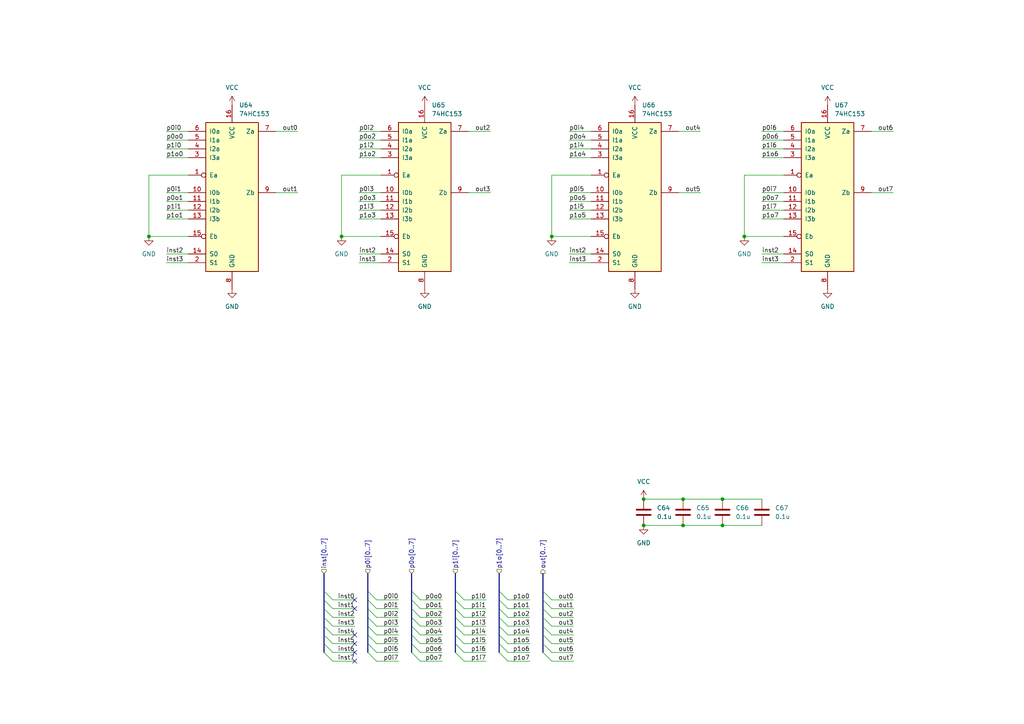
<source format=kicad_sch>
(kicad_sch (version 20211123) (generator eeschema)

  (uuid 6b11aea3-e691-467b-a028-5a8ae075a41f)

  (paper "A4")

  (lib_symbols
    (symbol "74xx:74LS153" (pin_names (offset 1.016)) (in_bom yes) (on_board yes)
      (property "Reference" "U" (id 0) (at -7.62 21.59 0)
        (effects (font (size 1.27 1.27)))
      )
      (property "Value" "74LS153" (id 1) (at -7.62 -24.13 0)
        (effects (font (size 1.27 1.27)))
      )
      (property "Footprint" "" (id 2) (at 0 0 0)
        (effects (font (size 1.27 1.27)) hide)
      )
      (property "Datasheet" "http://www.ti.com/lit/gpn/sn74LS153" (id 3) (at 0 0 0)
        (effects (font (size 1.27 1.27)) hide)
      )
      (property "ki_locked" "" (id 4) (at 0 0 0)
        (effects (font (size 1.27 1.27)))
      )
      (property "ki_keywords" "TTL Mux4" (id 5) (at 0 0 0)
        (effects (font (size 1.27 1.27)) hide)
      )
      (property "ki_description" "Dual Multiplexer 4 to 1" (id 6) (at 0 0 0)
        (effects (font (size 1.27 1.27)) hide)
      )
      (property "ki_fp_filters" "DIP?16*" (id 7) (at 0 0 0)
        (effects (font (size 1.27 1.27)) hide)
      )
      (symbol "74LS153_1_0"
        (pin input inverted (at -12.7 5.08 0) (length 5.08)
          (name "Ea" (effects (font (size 1.27 1.27))))
          (number "1" (effects (font (size 1.27 1.27))))
        )
        (pin input line (at -12.7 0 0) (length 5.08)
          (name "I0b" (effects (font (size 1.27 1.27))))
          (number "10" (effects (font (size 1.27 1.27))))
        )
        (pin input line (at -12.7 -2.54 0) (length 5.08)
          (name "I1b" (effects (font (size 1.27 1.27))))
          (number "11" (effects (font (size 1.27 1.27))))
        )
        (pin input line (at -12.7 -5.08 0) (length 5.08)
          (name "I2b" (effects (font (size 1.27 1.27))))
          (number "12" (effects (font (size 1.27 1.27))))
        )
        (pin input line (at -12.7 -7.62 0) (length 5.08)
          (name "I3b" (effects (font (size 1.27 1.27))))
          (number "13" (effects (font (size 1.27 1.27))))
        )
        (pin input line (at -12.7 -17.78 0) (length 5.08)
          (name "S0" (effects (font (size 1.27 1.27))))
          (number "14" (effects (font (size 1.27 1.27))))
        )
        (pin input inverted (at -12.7 -12.7 0) (length 5.08)
          (name "Eb" (effects (font (size 1.27 1.27))))
          (number "15" (effects (font (size 1.27 1.27))))
        )
        (pin power_in line (at 0 25.4 270) (length 5.08)
          (name "VCC" (effects (font (size 1.27 1.27))))
          (number "16" (effects (font (size 1.27 1.27))))
        )
        (pin input line (at -12.7 -20.32 0) (length 5.08)
          (name "S1" (effects (font (size 1.27 1.27))))
          (number "2" (effects (font (size 1.27 1.27))))
        )
        (pin input line (at -12.7 10.16 0) (length 5.08)
          (name "I3a" (effects (font (size 1.27 1.27))))
          (number "3" (effects (font (size 1.27 1.27))))
        )
        (pin input line (at -12.7 12.7 0) (length 5.08)
          (name "I2a" (effects (font (size 1.27 1.27))))
          (number "4" (effects (font (size 1.27 1.27))))
        )
        (pin input line (at -12.7 15.24 0) (length 5.08)
          (name "I1a" (effects (font (size 1.27 1.27))))
          (number "5" (effects (font (size 1.27 1.27))))
        )
        (pin input line (at -12.7 17.78 0) (length 5.08)
          (name "I0a" (effects (font (size 1.27 1.27))))
          (number "6" (effects (font (size 1.27 1.27))))
        )
        (pin output line (at 12.7 17.78 180) (length 5.08)
          (name "Za" (effects (font (size 1.27 1.27))))
          (number "7" (effects (font (size 1.27 1.27))))
        )
        (pin power_in line (at 0 -27.94 90) (length 5.08)
          (name "GND" (effects (font (size 1.27 1.27))))
          (number "8" (effects (font (size 1.27 1.27))))
        )
        (pin output line (at 12.7 0 180) (length 5.08)
          (name "Zb" (effects (font (size 1.27 1.27))))
          (number "9" (effects (font (size 1.27 1.27))))
        )
      )
      (symbol "74LS153_1_1"
        (rectangle (start -7.62 20.32) (end 7.62 -22.86)
          (stroke (width 0.254) (type default) (color 0 0 0 0))
          (fill (type background))
        )
      )
    )
    (symbol "Device:C" (pin_numbers hide) (pin_names (offset 0.254)) (in_bom yes) (on_board yes)
      (property "Reference" "C" (id 0) (at 0.635 2.54 0)
        (effects (font (size 1.27 1.27)) (justify left))
      )
      (property "Value" "C" (id 1) (at 0.635 -2.54 0)
        (effects (font (size 1.27 1.27)) (justify left))
      )
      (property "Footprint" "" (id 2) (at 0.9652 -3.81 0)
        (effects (font (size 1.27 1.27)) hide)
      )
      (property "Datasheet" "~" (id 3) (at 0 0 0)
        (effects (font (size 1.27 1.27)) hide)
      )
      (property "ki_keywords" "cap capacitor" (id 4) (at 0 0 0)
        (effects (font (size 1.27 1.27)) hide)
      )
      (property "ki_description" "Unpolarized capacitor" (id 5) (at 0 0 0)
        (effects (font (size 1.27 1.27)) hide)
      )
      (property "ki_fp_filters" "C_*" (id 6) (at 0 0 0)
        (effects (font (size 1.27 1.27)) hide)
      )
      (symbol "C_0_1"
        (polyline
          (pts
            (xy -2.032 -0.762)
            (xy 2.032 -0.762)
          )
          (stroke (width 0.508) (type default) (color 0 0 0 0))
          (fill (type none))
        )
        (polyline
          (pts
            (xy -2.032 0.762)
            (xy 2.032 0.762)
          )
          (stroke (width 0.508) (type default) (color 0 0 0 0))
          (fill (type none))
        )
      )
      (symbol "C_1_1"
        (pin passive line (at 0 3.81 270) (length 2.794)
          (name "~" (effects (font (size 1.27 1.27))))
          (number "1" (effects (font (size 1.27 1.27))))
        )
        (pin passive line (at 0 -3.81 90) (length 2.794)
          (name "~" (effects (font (size 1.27 1.27))))
          (number "2" (effects (font (size 1.27 1.27))))
        )
      )
    )
    (symbol "power:GND" (power) (pin_names (offset 0)) (in_bom yes) (on_board yes)
      (property "Reference" "#PWR" (id 0) (at 0 -6.35 0)
        (effects (font (size 1.27 1.27)) hide)
      )
      (property "Value" "GND" (id 1) (at 0 -3.81 0)
        (effects (font (size 1.27 1.27)))
      )
      (property "Footprint" "" (id 2) (at 0 0 0)
        (effects (font (size 1.27 1.27)) hide)
      )
      (property "Datasheet" "" (id 3) (at 0 0 0)
        (effects (font (size 1.27 1.27)) hide)
      )
      (property "ki_keywords" "power-flag" (id 4) (at 0 0 0)
        (effects (font (size 1.27 1.27)) hide)
      )
      (property "ki_description" "Power symbol creates a global label with name \"GND\" , ground" (id 5) (at 0 0 0)
        (effects (font (size 1.27 1.27)) hide)
      )
      (symbol "GND_0_1"
        (polyline
          (pts
            (xy 0 0)
            (xy 0 -1.27)
            (xy 1.27 -1.27)
            (xy 0 -2.54)
            (xy -1.27 -1.27)
            (xy 0 -1.27)
          )
          (stroke (width 0) (type default) (color 0 0 0 0))
          (fill (type none))
        )
      )
      (symbol "GND_1_1"
        (pin power_in line (at 0 0 270) (length 0) hide
          (name "GND" (effects (font (size 1.27 1.27))))
          (number "1" (effects (font (size 1.27 1.27))))
        )
      )
    )
    (symbol "power:VCC" (power) (pin_names (offset 0)) (in_bom yes) (on_board yes)
      (property "Reference" "#PWR" (id 0) (at 0 -3.81 0)
        (effects (font (size 1.27 1.27)) hide)
      )
      (property "Value" "VCC" (id 1) (at 0 3.81 0)
        (effects (font (size 1.27 1.27)))
      )
      (property "Footprint" "" (id 2) (at 0 0 0)
        (effects (font (size 1.27 1.27)) hide)
      )
      (property "Datasheet" "" (id 3) (at 0 0 0)
        (effects (font (size 1.27 1.27)) hide)
      )
      (property "ki_keywords" "power-flag" (id 4) (at 0 0 0)
        (effects (font (size 1.27 1.27)) hide)
      )
      (property "ki_description" "Power symbol creates a global label with name \"VCC\"" (id 5) (at 0 0 0)
        (effects (font (size 1.27 1.27)) hide)
      )
      (symbol "VCC_0_1"
        (polyline
          (pts
            (xy -0.762 1.27)
            (xy 0 2.54)
          )
          (stroke (width 0) (type default) (color 0 0 0 0))
          (fill (type none))
        )
        (polyline
          (pts
            (xy 0 0)
            (xy 0 2.54)
          )
          (stroke (width 0) (type default) (color 0 0 0 0))
          (fill (type none))
        )
        (polyline
          (pts
            (xy 0 2.54)
            (xy 0.762 1.27)
          )
          (stroke (width 0) (type default) (color 0 0 0 0))
          (fill (type none))
        )
      )
      (symbol "VCC_1_1"
        (pin power_in line (at 0 0 90) (length 0) hide
          (name "VCC" (effects (font (size 1.27 1.27))))
          (number "1" (effects (font (size 1.27 1.27))))
        )
      )
    )
  )

  (junction (at 186.69 144.78) (diameter 0) (color 0 0 0 0)
    (uuid 006b71b4-32f4-4ae0-97a2-e15e53fa7068)
  )
  (junction (at 99.06 68.58) (diameter 0) (color 0 0 0 0)
    (uuid 3ccb1223-1d26-4c06-977a-209ee223b45f)
  )
  (junction (at 43.18 68.58) (diameter 0) (color 0 0 0 0)
    (uuid 49144ec7-9312-4201-ae64-4af52b0d77ee)
  )
  (junction (at 198.12 152.4) (diameter 0) (color 0 0 0 0)
    (uuid 6fc0d29e-c8c9-4044-bf2f-86c84366949a)
  )
  (junction (at 198.12 144.78) (diameter 0) (color 0 0 0 0)
    (uuid 95941575-9578-4e04-ab40-74801d1fa106)
  )
  (junction (at 209.55 152.4) (diameter 0) (color 0 0 0 0)
    (uuid 995951b8-5469-4e1a-a58a-a0806b75a0c3)
  )
  (junction (at 186.69 152.4) (diameter 0) (color 0 0 0 0)
    (uuid cec66f37-81cc-401e-8d3f-11418a28587b)
  )
  (junction (at 215.9 68.58) (diameter 0) (color 0 0 0 0)
    (uuid e3250b6e-8ed2-4ec3-9643-c544aa67f1c6)
  )
  (junction (at 209.55 144.78) (diameter 0) (color 0 0 0 0)
    (uuid e8c97fc3-d107-4ec2-a110-dd668ceec38b)
  )
  (junction (at 160.02 68.58) (diameter 0) (color 0 0 0 0)
    (uuid f35d39be-3d90-4a72-8176-b77287600720)
  )

  (no_connect (at 102.87 186.69) (uuid 72e98d0b-a773-4458-a711-6d02e5540f81))
  (no_connect (at 102.87 176.53) (uuid 9c0edca4-5a35-4aae-97a3-0500c438d75c))
  (no_connect (at 102.87 173.99) (uuid 9c0edca4-5a35-4aae-97a3-0500c438d75d))
  (no_connect (at 102.87 189.23) (uuid a492101b-866a-4293-9599-bb859e49031b))
  (no_connect (at 102.87 191.77) (uuid fa1fcdbd-eb76-4798-9b91-2bb9ade10739))
  (no_connect (at 102.87 184.15) (uuid fd7d35b5-c906-4d15-bf13-a68512ea299f))

  (bus_entry (at 93.98 179.07) (size 2.54 2.54)
    (stroke (width 0) (type default) (color 0 0 0 0))
    (uuid 00d0b461-144f-4bee-802e-bc33c8895d48)
  )
  (bus_entry (at 157.48 179.07) (size 2.54 2.54)
    (stroke (width 0) (type default) (color 0 0 0 0))
    (uuid 155e313a-e814-4f4f-8a30-fd44b698ac22)
  )
  (bus_entry (at 157.48 189.23) (size 2.54 2.54)
    (stroke (width 0) (type default) (color 0 0 0 0))
    (uuid 17eded05-b63f-4a1a-8191-fc173306b5f6)
  )
  (bus_entry (at 132.08 181.61) (size 2.54 2.54)
    (stroke (width 0) (type default) (color 0 0 0 0))
    (uuid 1816c805-09da-4517-a0a7-768287ef191f)
  )
  (bus_entry (at 119.38 171.45) (size 2.54 2.54)
    (stroke (width 0) (type default) (color 0 0 0 0))
    (uuid 229a397a-165e-48e4-a10b-d5d9d747abce)
  )
  (bus_entry (at 144.78 186.69) (size 2.54 2.54)
    (stroke (width 0) (type default) (color 0 0 0 0))
    (uuid 26399570-8c66-4e7e-9724-42512e57b2f5)
  )
  (bus_entry (at 157.48 181.61) (size 2.54 2.54)
    (stroke (width 0) (type default) (color 0 0 0 0))
    (uuid 2942c3b1-660f-42b4-b5d5-e2723a0f2683)
  )
  (bus_entry (at 132.08 171.45) (size 2.54 2.54)
    (stroke (width 0) (type default) (color 0 0 0 0))
    (uuid 2b58746c-7e13-4ddf-806d-306238ed6918)
  )
  (bus_entry (at 119.38 186.69) (size 2.54 2.54)
    (stroke (width 0) (type default) (color 0 0 0 0))
    (uuid 304e2410-a378-47ef-8651-c70b961d500d)
  )
  (bus_entry (at 119.38 176.53) (size 2.54 2.54)
    (stroke (width 0) (type default) (color 0 0 0 0))
    (uuid 3288566f-d378-4c55-af27-de617e156b3b)
  )
  (bus_entry (at 144.78 171.45) (size 2.54 2.54)
    (stroke (width 0) (type default) (color 0 0 0 0))
    (uuid 356d9659-33d5-4c54-b4c7-df57dc637d50)
  )
  (bus_entry (at 119.38 189.23) (size 2.54 2.54)
    (stroke (width 0) (type default) (color 0 0 0 0))
    (uuid 37b1eedf-f5ee-4283-9d08-ecc62bc0a4c4)
  )
  (bus_entry (at 144.78 189.23) (size 2.54 2.54)
    (stroke (width 0) (type default) (color 0 0 0 0))
    (uuid 39813515-118a-43d3-a75a-3ac1f142050a)
  )
  (bus_entry (at 93.98 189.23) (size 2.54 2.54)
    (stroke (width 0) (type default) (color 0 0 0 0))
    (uuid 4184cc47-7314-4931-9193-c8e7c829a0db)
  )
  (bus_entry (at 157.48 176.53) (size 2.54 2.54)
    (stroke (width 0) (type default) (color 0 0 0 0))
    (uuid 424364be-d41c-4bee-96d7-e3fa981e8f14)
  )
  (bus_entry (at 93.98 173.99) (size 2.54 2.54)
    (stroke (width 0) (type default) (color 0 0 0 0))
    (uuid 481082d6-ed6c-4214-93ed-ed63b61a6895)
  )
  (bus_entry (at 157.48 184.15) (size 2.54 2.54)
    (stroke (width 0) (type default) (color 0 0 0 0))
    (uuid 49011a8c-be9e-4276-acf9-252a7db1daf0)
  )
  (bus_entry (at 93.98 176.53) (size 2.54 2.54)
    (stroke (width 0) (type default) (color 0 0 0 0))
    (uuid 4d98a527-e2a2-4ad7-8a72-69b80dde27d0)
  )
  (bus_entry (at 119.38 184.15) (size 2.54 2.54)
    (stroke (width 0) (type default) (color 0 0 0 0))
    (uuid 5155495b-2a13-43f3-81ae-4d7ae7927d76)
  )
  (bus_entry (at 106.68 176.53) (size 2.54 2.54)
    (stroke (width 0) (type default) (color 0 0 0 0))
    (uuid 52862499-27f7-4ba1-8edf-3000d0d9b388)
  )
  (bus_entry (at 132.08 184.15) (size 2.54 2.54)
    (stroke (width 0) (type default) (color 0 0 0 0))
    (uuid 5c3af5ec-016a-4816-9c5a-3bdc5adab790)
  )
  (bus_entry (at 132.08 173.99) (size 2.54 2.54)
    (stroke (width 0) (type default) (color 0 0 0 0))
    (uuid 60cf2ef7-28a8-4c00-a9b3-60f4a9058cf8)
  )
  (bus_entry (at 106.68 181.61) (size 2.54 2.54)
    (stroke (width 0) (type default) (color 0 0 0 0))
    (uuid 69d3d192-2fcf-4ff0-b279-e22e276d604b)
  )
  (bus_entry (at 119.38 181.61) (size 2.54 2.54)
    (stroke (width 0) (type default) (color 0 0 0 0))
    (uuid 720e84a4-8bc4-4507-a36b-d410ce53a40a)
  )
  (bus_entry (at 144.78 184.15) (size 2.54 2.54)
    (stroke (width 0) (type default) (color 0 0 0 0))
    (uuid 7bf1ddc2-eae4-491f-ba56-cbb61aa0474e)
  )
  (bus_entry (at 93.98 171.45) (size 2.54 2.54)
    (stroke (width 0) (type default) (color 0 0 0 0))
    (uuid 7bfd2acb-c853-4769-bf47-9dc7cf458e2d)
  )
  (bus_entry (at 144.78 179.07) (size 2.54 2.54)
    (stroke (width 0) (type default) (color 0 0 0 0))
    (uuid 84d41b29-72d6-459b-9c61-f340899a61e6)
  )
  (bus_entry (at 106.68 186.69) (size 2.54 2.54)
    (stroke (width 0) (type default) (color 0 0 0 0))
    (uuid 85c87b06-9db9-4100-9801-dfcb141c2889)
  )
  (bus_entry (at 119.38 173.99) (size 2.54 2.54)
    (stroke (width 0) (type default) (color 0 0 0 0))
    (uuid 88df35c0-131c-42cb-add1-f7b78fd9fd42)
  )
  (bus_entry (at 93.98 181.61) (size 2.54 2.54)
    (stroke (width 0) (type default) (color 0 0 0 0))
    (uuid 8fe6d3d6-e61e-4076-aefb-baa5c8510c00)
  )
  (bus_entry (at 132.08 176.53) (size 2.54 2.54)
    (stroke (width 0) (type default) (color 0 0 0 0))
    (uuid 92230827-0a6a-4308-acba-883e174eb7da)
  )
  (bus_entry (at 93.98 186.69) (size 2.54 2.54)
    (stroke (width 0) (type default) (color 0 0 0 0))
    (uuid 9241e670-c41e-44bb-9424-f8c43ce7d681)
  )
  (bus_entry (at 106.68 179.07) (size 2.54 2.54)
    (stroke (width 0) (type default) (color 0 0 0 0))
    (uuid 92f6683f-3cc4-4ed9-b3d2-26ebeb824e08)
  )
  (bus_entry (at 132.08 186.69) (size 2.54 2.54)
    (stroke (width 0) (type default) (color 0 0 0 0))
    (uuid 97d10622-4920-4885-934e-218ced62fcc0)
  )
  (bus_entry (at 106.68 184.15) (size 2.54 2.54)
    (stroke (width 0) (type default) (color 0 0 0 0))
    (uuid 99527064-1f56-4265-9f3b-43d2e13e8b5e)
  )
  (bus_entry (at 93.98 184.15) (size 2.54 2.54)
    (stroke (width 0) (type default) (color 0 0 0 0))
    (uuid a8811fd2-e642-44c7-a301-05e099674327)
  )
  (bus_entry (at 106.68 173.99) (size 2.54 2.54)
    (stroke (width 0) (type default) (color 0 0 0 0))
    (uuid abe9b8d5-8441-4f41-95fc-e9d1ea27fb53)
  )
  (bus_entry (at 132.08 179.07) (size 2.54 2.54)
    (stroke (width 0) (type default) (color 0 0 0 0))
    (uuid af7bbc18-e051-4601-b85e-9c3911ddbc80)
  )
  (bus_entry (at 144.78 176.53) (size 2.54 2.54)
    (stroke (width 0) (type default) (color 0 0 0 0))
    (uuid b4f250fe-3734-4cdd-954d-a6c02a6eed58)
  )
  (bus_entry (at 144.78 173.99) (size 2.54 2.54)
    (stroke (width 0) (type default) (color 0 0 0 0))
    (uuid d040fc64-2aa6-4860-b701-65ba01d43a7f)
  )
  (bus_entry (at 144.78 181.61) (size 2.54 2.54)
    (stroke (width 0) (type default) (color 0 0 0 0))
    (uuid d1769ca0-fe05-49b0-8784-f660fbe6ef53)
  )
  (bus_entry (at 119.38 179.07) (size 2.54 2.54)
    (stroke (width 0) (type default) (color 0 0 0 0))
    (uuid d6d6b5f2-6d6b-49cd-9421-f23a59c29b76)
  )
  (bus_entry (at 106.68 171.45) (size 2.54 2.54)
    (stroke (width 0) (type default) (color 0 0 0 0))
    (uuid e06a00a0-1bc8-45c2-8226-98e9fc90c1f4)
  )
  (bus_entry (at 157.48 186.69) (size 2.54 2.54)
    (stroke (width 0) (type default) (color 0 0 0 0))
    (uuid ea51046c-6336-4af0-abe0-0d8905b30866)
  )
  (bus_entry (at 157.48 173.99) (size 2.54 2.54)
    (stroke (width 0) (type default) (color 0 0 0 0))
    (uuid eee1660f-23ca-4564-bef5-4d1fadde62de)
  )
  (bus_entry (at 106.68 189.23) (size 2.54 2.54)
    (stroke (width 0) (type default) (color 0 0 0 0))
    (uuid f0e15eec-1cb7-49e8-88e9-a3942b20a6e1)
  )
  (bus_entry (at 132.08 189.23) (size 2.54 2.54)
    (stroke (width 0) (type default) (color 0 0 0 0))
    (uuid f61413c0-a388-4732-93fb-ec8a2375245f)
  )
  (bus_entry (at 157.48 171.45) (size 2.54 2.54)
    (stroke (width 0) (type default) (color 0 0 0 0))
    (uuid fb8299fd-800c-4c81-82b4-d4f76c95ea99)
  )

  (bus (pts (xy 144.78 173.99) (xy 144.78 176.53))
    (stroke (width 0) (type default) (color 0 0 0 0))
    (uuid 0072d3b7-ba49-4b3a-a079-66dba4582ddf)
  )

  (wire (pts (xy 48.26 73.66) (xy 54.61 73.66))
    (stroke (width 0) (type default) (color 0 0 0 0))
    (uuid 008a48d4-5e43-440c-b9eb-422aece070b0)
  )
  (wire (pts (xy 165.1 45.72) (xy 171.45 45.72))
    (stroke (width 0) (type default) (color 0 0 0 0))
    (uuid 028d7a54-3502-4ba1-b619-c56ca9bd7b87)
  )
  (wire (pts (xy 104.14 43.18) (xy 110.49 43.18))
    (stroke (width 0) (type default) (color 0 0 0 0))
    (uuid 0310961f-396e-4bdd-a422-df8f69f4fe3c)
  )
  (wire (pts (xy 215.9 50.8) (xy 215.9 68.58))
    (stroke (width 0) (type default) (color 0 0 0 0))
    (uuid 0422a591-49f0-4ebe-a167-64c491b02a9c)
  )
  (bus (pts (xy 132.08 173.99) (xy 132.08 176.53))
    (stroke (width 0) (type default) (color 0 0 0 0))
    (uuid 067c5ed6-5840-4cb5-915f-72928a1bad53)
  )

  (wire (pts (xy 227.33 50.8) (xy 215.9 50.8))
    (stroke (width 0) (type default) (color 0 0 0 0))
    (uuid 06c519f5-5ea6-4626-bfee-202a26b4e80e)
  )
  (wire (pts (xy 160.02 179.07) (xy 166.37 179.07))
    (stroke (width 0) (type default) (color 0 0 0 0))
    (uuid 083e5a0c-c90a-41b6-97b7-325d6916bbb0)
  )
  (wire (pts (xy 43.18 68.58) (xy 54.61 68.58))
    (stroke (width 0) (type default) (color 0 0 0 0))
    (uuid 0f25c3ac-486d-4161-b757-9b5059b725b6)
  )
  (wire (pts (xy 165.1 43.18) (xy 171.45 43.18))
    (stroke (width 0) (type default) (color 0 0 0 0))
    (uuid 0f60602f-4c3c-4fc5-98a5-cf420d2b5c10)
  )
  (wire (pts (xy 121.92 191.77) (xy 128.27 191.77))
    (stroke (width 0) (type default) (color 0 0 0 0))
    (uuid 12334def-77d7-489b-be10-eda51ea3f86b)
  )
  (wire (pts (xy 160.02 173.99) (xy 166.37 173.99))
    (stroke (width 0) (type default) (color 0 0 0 0))
    (uuid 12efa926-ad4c-4661-8030-5c7147df7dc4)
  )
  (bus (pts (xy 93.98 173.99) (xy 93.98 176.53))
    (stroke (width 0) (type default) (color 0 0 0 0))
    (uuid 145000dd-7a9f-4581-a275-56d12db7613d)
  )

  (wire (pts (xy 147.32 176.53) (xy 153.67 176.53))
    (stroke (width 0) (type default) (color 0 0 0 0))
    (uuid 15857c62-1867-4497-ab50-f8b5ac1a81bb)
  )
  (wire (pts (xy 160.02 181.61) (xy 166.37 181.61))
    (stroke (width 0) (type default) (color 0 0 0 0))
    (uuid 15e9966a-5cfa-4134-9162-72e3e5679586)
  )
  (wire (pts (xy 104.14 40.64) (xy 110.49 40.64))
    (stroke (width 0) (type default) (color 0 0 0 0))
    (uuid 160b9c6c-4b8c-425b-91bc-0a9003ef00fe)
  )
  (wire (pts (xy 121.92 181.61) (xy 128.27 181.61))
    (stroke (width 0) (type default) (color 0 0 0 0))
    (uuid 174947e2-34cb-4fba-bed1-d13b836899ee)
  )
  (wire (pts (xy 54.61 50.8) (xy 43.18 50.8))
    (stroke (width 0) (type default) (color 0 0 0 0))
    (uuid 1b1ce25f-04e5-4321-b32b-6f76ebdb5cb5)
  )
  (bus (pts (xy 157.48 186.69) (xy 157.48 189.23))
    (stroke (width 0) (type default) (color 0 0 0 0))
    (uuid 1c9a1af4-ff44-4229-9dc7-6323e8bfe463)
  )

  (wire (pts (xy 104.14 45.72) (xy 110.49 45.72))
    (stroke (width 0) (type default) (color 0 0 0 0))
    (uuid 2222390c-8684-447f-86b4-bed3d27f8479)
  )
  (wire (pts (xy 48.26 58.42) (xy 54.61 58.42))
    (stroke (width 0) (type default) (color 0 0 0 0))
    (uuid 226de586-c65f-41ca-8134-8a60d1e90555)
  )
  (wire (pts (xy 147.32 181.61) (xy 153.67 181.61))
    (stroke (width 0) (type default) (color 0 0 0 0))
    (uuid 22ee0536-928f-413c-af6c-3066d793a143)
  )
  (wire (pts (xy 196.85 55.88) (xy 203.2 55.88))
    (stroke (width 0) (type default) (color 0 0 0 0))
    (uuid 24d19863-3280-44bb-b984-0d26c1c8660c)
  )
  (bus (pts (xy 93.98 176.53) (xy 93.98 179.07))
    (stroke (width 0) (type default) (color 0 0 0 0))
    (uuid 26b88992-a98a-4eea-bed1-08c209f608a9)
  )

  (wire (pts (xy 48.26 55.88) (xy 54.61 55.88))
    (stroke (width 0) (type default) (color 0 0 0 0))
    (uuid 2b868b6d-84e4-4b5c-ba9d-e78d2536496b)
  )
  (wire (pts (xy 110.49 50.8) (xy 99.06 50.8))
    (stroke (width 0) (type default) (color 0 0 0 0))
    (uuid 2da69000-cec5-45e3-9d09-85d6a165bc3d)
  )
  (bus (pts (xy 106.68 184.15) (xy 106.68 186.69))
    (stroke (width 0) (type default) (color 0 0 0 0))
    (uuid 2ddcea87-f7e2-40d6-9bce-db9e24529e52)
  )

  (wire (pts (xy 134.62 184.15) (xy 140.97 184.15))
    (stroke (width 0) (type default) (color 0 0 0 0))
    (uuid 2ed11337-c0b7-42f8-9d8b-656ede818fda)
  )
  (bus (pts (xy 106.68 176.53) (xy 106.68 179.07))
    (stroke (width 0) (type default) (color 0 0 0 0))
    (uuid 2ee3c6ba-0c19-4a58-b8f6-66fa06243a7f)
  )

  (wire (pts (xy 160.02 184.15) (xy 166.37 184.15))
    (stroke (width 0) (type default) (color 0 0 0 0))
    (uuid 31c75e28-e7e2-424f-8e03-cca5d3bb9f44)
  )
  (bus (pts (xy 157.48 173.99) (xy 157.48 176.53))
    (stroke (width 0) (type default) (color 0 0 0 0))
    (uuid 3720b8c4-9ade-411d-a30a-69a9dd4f3213)
  )

  (wire (pts (xy 147.32 189.23) (xy 153.67 189.23))
    (stroke (width 0) (type default) (color 0 0 0 0))
    (uuid 37e526a9-0de3-4334-b5a8-481b1e7ea9ce)
  )
  (bus (pts (xy 132.08 166.37) (xy 132.08 171.45))
    (stroke (width 0) (type default) (color 0 0 0 0))
    (uuid 385363c5-d741-4623-9563-e97a0e3e8285)
  )
  (bus (pts (xy 157.48 179.07) (xy 157.48 181.61))
    (stroke (width 0) (type default) (color 0 0 0 0))
    (uuid 39197b32-fb69-4ad1-954b-f0334df91760)
  )

  (wire (pts (xy 165.1 63.5) (xy 171.45 63.5))
    (stroke (width 0) (type default) (color 0 0 0 0))
    (uuid 39d09a6f-574e-4690-a88c-03540eadb85c)
  )
  (bus (pts (xy 157.48 176.53) (xy 157.48 179.07))
    (stroke (width 0) (type default) (color 0 0 0 0))
    (uuid 3a22fe6d-c2f3-4184-b9d6-ce8ebb9c8a59)
  )

  (wire (pts (xy 121.92 176.53) (xy 128.27 176.53))
    (stroke (width 0) (type default) (color 0 0 0 0))
    (uuid 3a82fda9-b4a7-4c55-b570-386c4c93cdcb)
  )
  (bus (pts (xy 132.08 171.45) (xy 132.08 173.99))
    (stroke (width 0) (type default) (color 0 0 0 0))
    (uuid 3b52de99-16fb-4e38-829e-32d547a60187)
  )

  (wire (pts (xy 160.02 191.77) (xy 166.37 191.77))
    (stroke (width 0) (type default) (color 0 0 0 0))
    (uuid 3b86ee21-9b4c-44e0-b5cf-e0eb3663d620)
  )
  (wire (pts (xy 121.92 189.23) (xy 128.27 189.23))
    (stroke (width 0) (type default) (color 0 0 0 0))
    (uuid 3bda4636-86d2-4e39-9281-f860b0a73cb6)
  )
  (wire (pts (xy 160.02 68.58) (xy 171.45 68.58))
    (stroke (width 0) (type default) (color 0 0 0 0))
    (uuid 3c891634-1312-4f0a-8599-5adb3573f7b9)
  )
  (wire (pts (xy 220.98 40.64) (xy 227.33 40.64))
    (stroke (width 0) (type default) (color 0 0 0 0))
    (uuid 3d9331e9-155c-4fd9-b0c4-9024e9f5d89f)
  )
  (wire (pts (xy 220.98 55.88) (xy 227.33 55.88))
    (stroke (width 0) (type default) (color 0 0 0 0))
    (uuid 3ecab920-4e39-40ee-8bc5-ed51b9dfbc72)
  )
  (wire (pts (xy 48.26 76.2) (xy 54.61 76.2))
    (stroke (width 0) (type default) (color 0 0 0 0))
    (uuid 3ffba8df-48d7-4c84-86a9-4fea15fcfde6)
  )
  (bus (pts (xy 119.38 186.69) (xy 119.38 189.23))
    (stroke (width 0) (type default) (color 0 0 0 0))
    (uuid 4012e480-18cd-4cc2-b1ca-fcea97347026)
  )

  (wire (pts (xy 134.62 179.07) (xy 140.97 179.07))
    (stroke (width 0) (type default) (color 0 0 0 0))
    (uuid 4048115d-e074-4255-b8b5-db9a1f7325e7)
  )
  (wire (pts (xy 43.18 50.8) (xy 43.18 68.58))
    (stroke (width 0) (type default) (color 0 0 0 0))
    (uuid 452d7344-24bb-4c56-9b68-347c8198a1e1)
  )
  (wire (pts (xy 104.14 58.42) (xy 110.49 58.42))
    (stroke (width 0) (type default) (color 0 0 0 0))
    (uuid 46eb3c58-bb28-4bd3-969d-17e7864f1eee)
  )
  (wire (pts (xy 252.73 38.1) (xy 259.08 38.1))
    (stroke (width 0) (type default) (color 0 0 0 0))
    (uuid 48d0d6c5-2dee-4aba-a554-da7832fce59e)
  )
  (wire (pts (xy 165.1 40.64) (xy 171.45 40.64))
    (stroke (width 0) (type default) (color 0 0 0 0))
    (uuid 4a09028f-31d1-4288-9010-9efbf88821af)
  )
  (bus (pts (xy 93.98 184.15) (xy 93.98 186.69))
    (stroke (width 0) (type default) (color 0 0 0 0))
    (uuid 4a8c8575-2ce2-484e-924a-fbfd742aad3e)
  )
  (bus (pts (xy 119.38 166.37) (xy 119.38 171.45))
    (stroke (width 0) (type default) (color 0 0 0 0))
    (uuid 5015da15-eded-4254-9a6f-3c92e2f37707)
  )

  (wire (pts (xy 135.89 55.88) (xy 142.24 55.88))
    (stroke (width 0) (type default) (color 0 0 0 0))
    (uuid 5016c6a2-fa86-46fd-966d-bc9a224aaf90)
  )
  (bus (pts (xy 119.38 173.99) (xy 119.38 176.53))
    (stroke (width 0) (type default) (color 0 0 0 0))
    (uuid 51c0a2ad-3750-4e27-a472-673271b78280)
  )
  (bus (pts (xy 144.78 166.37) (xy 144.78 171.45))
    (stroke (width 0) (type default) (color 0 0 0 0))
    (uuid 56c476c3-259f-43df-9a20-ba3f5822338e)
  )

  (wire (pts (xy 171.45 50.8) (xy 160.02 50.8))
    (stroke (width 0) (type default) (color 0 0 0 0))
    (uuid 586942f0-113f-46db-b6fc-810a8657ba47)
  )
  (wire (pts (xy 165.1 55.88) (xy 171.45 55.88))
    (stroke (width 0) (type default) (color 0 0 0 0))
    (uuid 59461b26-511a-4e00-8daa-7499184138ce)
  )
  (wire (pts (xy 165.1 73.66) (xy 171.45 73.66))
    (stroke (width 0) (type default) (color 0 0 0 0))
    (uuid 5a07e8c5-c056-4456-aaa3-bfb822b4e63b)
  )
  (bus (pts (xy 144.78 184.15) (xy 144.78 186.69))
    (stroke (width 0) (type default) (color 0 0 0 0))
    (uuid 5b18f4de-8d1e-4623-9db5-93f1037b3cd8)
  )
  (bus (pts (xy 144.78 176.53) (xy 144.78 179.07))
    (stroke (width 0) (type default) (color 0 0 0 0))
    (uuid 5ec8a15a-81f2-47c5-80cb-8bfdcc8dc0b5)
  )

  (wire (pts (xy 96.52 191.77) (xy 102.87 191.77))
    (stroke (width 0) (type default) (color 0 0 0 0))
    (uuid 5f7a682c-f38f-4a63-868d-40a189d3082b)
  )
  (bus (pts (xy 106.68 166.37) (xy 106.68 171.45))
    (stroke (width 0) (type default) (color 0 0 0 0))
    (uuid 602b5223-be59-40ed-a507-2e183df28ca0)
  )
  (bus (pts (xy 106.68 181.61) (xy 106.68 184.15))
    (stroke (width 0) (type default) (color 0 0 0 0))
    (uuid 60bec83c-176b-4949-aa2e-7abef520c064)
  )

  (wire (pts (xy 135.89 38.1) (xy 142.24 38.1))
    (stroke (width 0) (type default) (color 0 0 0 0))
    (uuid 62575109-7151-4e58-81fe-db83b78474ea)
  )
  (wire (pts (xy 209.55 152.4) (xy 220.98 152.4))
    (stroke (width 0) (type default) (color 0 0 0 0))
    (uuid 628e0adb-32b4-4115-9b40-08af0f323d0f)
  )
  (bus (pts (xy 144.78 179.07) (xy 144.78 181.61))
    (stroke (width 0) (type default) (color 0 0 0 0))
    (uuid 6434af8a-e30b-4b56-9647-5a1d4d42e30f)
  )

  (wire (pts (xy 109.22 176.53) (xy 115.57 176.53))
    (stroke (width 0) (type default) (color 0 0 0 0))
    (uuid 656f8a31-247b-4160-a74c-ff0f9031b531)
  )
  (wire (pts (xy 96.52 189.23) (xy 102.87 189.23))
    (stroke (width 0) (type default) (color 0 0 0 0))
    (uuid 662ace3f-dbb4-4a7b-ba8d-7990d6eac42e)
  )
  (wire (pts (xy 134.62 173.99) (xy 140.97 173.99))
    (stroke (width 0) (type default) (color 0 0 0 0))
    (uuid 67774098-563a-4b3c-8b3c-edd270bd63f8)
  )
  (wire (pts (xy 134.62 181.61) (xy 140.97 181.61))
    (stroke (width 0) (type default) (color 0 0 0 0))
    (uuid 68ebcb6c-c288-45b7-aa3a-6119cbc60c2c)
  )
  (wire (pts (xy 109.22 191.77) (xy 115.57 191.77))
    (stroke (width 0) (type default) (color 0 0 0 0))
    (uuid 69beb453-9ecc-46fd-b866-530d8b17640f)
  )
  (wire (pts (xy 160.02 186.69) (xy 166.37 186.69))
    (stroke (width 0) (type default) (color 0 0 0 0))
    (uuid 6a4d87ca-2a74-459f-8f70-fda0c7f21dea)
  )
  (bus (pts (xy 106.68 171.45) (xy 106.68 173.99))
    (stroke (width 0) (type default) (color 0 0 0 0))
    (uuid 6d1cd639-10a3-4dc4-9596-42555fbb6163)
  )

  (wire (pts (xy 96.52 173.99) (xy 102.87 173.99))
    (stroke (width 0) (type default) (color 0 0 0 0))
    (uuid 7292192e-5691-49e7-91ab-04da16395e0d)
  )
  (bus (pts (xy 93.98 166.37) (xy 93.98 171.45))
    (stroke (width 0) (type default) (color 0 0 0 0))
    (uuid 730999fd-be1d-441d-b522-4ba7808688e5)
  )
  (bus (pts (xy 132.08 186.69) (xy 132.08 189.23))
    (stroke (width 0) (type default) (color 0 0 0 0))
    (uuid 73f734c6-74a4-4ec2-97da-0180a941150a)
  )
  (bus (pts (xy 144.78 171.45) (xy 144.78 173.99))
    (stroke (width 0) (type default) (color 0 0 0 0))
    (uuid 753b1048-206d-4421-be15-74fab87c1b30)
  )

  (wire (pts (xy 252.73 55.88) (xy 259.08 55.88))
    (stroke (width 0) (type default) (color 0 0 0 0))
    (uuid 76087dce-3cef-4d05-9b70-76f04208c044)
  )
  (wire (pts (xy 121.92 179.07) (xy 128.27 179.07))
    (stroke (width 0) (type default) (color 0 0 0 0))
    (uuid 7681210e-aef9-4ec3-bb4c-2281845ebba6)
  )
  (wire (pts (xy 198.12 152.4) (xy 209.55 152.4))
    (stroke (width 0) (type default) (color 0 0 0 0))
    (uuid 77556db5-ea2f-408b-b8ce-d9c4f68f26f3)
  )
  (wire (pts (xy 186.69 152.4) (xy 198.12 152.4))
    (stroke (width 0) (type default) (color 0 0 0 0))
    (uuid 7ae9341e-d53b-4fd6-ad8d-ba519e705678)
  )
  (wire (pts (xy 96.52 186.69) (xy 102.87 186.69))
    (stroke (width 0) (type default) (color 0 0 0 0))
    (uuid 7b7b7274-0298-452d-a084-9a866c3a05e1)
  )
  (bus (pts (xy 144.78 186.69) (xy 144.78 189.23))
    (stroke (width 0) (type default) (color 0 0 0 0))
    (uuid 7eba1c07-dac6-447a-a1b9-2d226d8be4c6)
  )

  (wire (pts (xy 147.32 184.15) (xy 153.67 184.15))
    (stroke (width 0) (type default) (color 0 0 0 0))
    (uuid 7f1bbb4f-7c65-4071-b8df-85798ad9eabe)
  )
  (bus (pts (xy 132.08 176.53) (xy 132.08 179.07))
    (stroke (width 0) (type default) (color 0 0 0 0))
    (uuid 7f856be2-6219-441c-a0dd-f3e98d21a48e)
  )

  (wire (pts (xy 220.98 58.42) (xy 227.33 58.42))
    (stroke (width 0) (type default) (color 0 0 0 0))
    (uuid 8054f5a2-41c1-4fb8-a92d-daa0c8e65d7b)
  )
  (bus (pts (xy 119.38 181.61) (xy 119.38 184.15))
    (stroke (width 0) (type default) (color 0 0 0 0))
    (uuid 81309f86-8e02-40f8-a568-32ee6c9ae014)
  )

  (wire (pts (xy 209.55 144.78) (xy 220.98 144.78))
    (stroke (width 0) (type default) (color 0 0 0 0))
    (uuid 84175755-77bc-489b-b5ae-13fe824379b0)
  )
  (bus (pts (xy 157.48 184.15) (xy 157.48 186.69))
    (stroke (width 0) (type default) (color 0 0 0 0))
    (uuid 86b733b6-b1e6-42d3-9189-410bb093dd8a)
  )

  (wire (pts (xy 80.01 38.1) (xy 86.36 38.1))
    (stroke (width 0) (type default) (color 0 0 0 0))
    (uuid 8a21fb55-ad35-4851-b3dc-5cf944b99728)
  )
  (wire (pts (xy 48.26 45.72) (xy 54.61 45.72))
    (stroke (width 0) (type default) (color 0 0 0 0))
    (uuid 8a51afae-6fde-4804-994f-eaf0f9f76055)
  )
  (wire (pts (xy 48.26 43.18) (xy 54.61 43.18))
    (stroke (width 0) (type default) (color 0 0 0 0))
    (uuid 8b65a952-5205-4ab4-8a7f-56c6bc1b1215)
  )
  (wire (pts (xy 121.92 184.15) (xy 128.27 184.15))
    (stroke (width 0) (type default) (color 0 0 0 0))
    (uuid 8c0551e0-5d4b-42d6-aa8a-a3f4532df618)
  )
  (wire (pts (xy 147.32 191.77) (xy 153.67 191.77))
    (stroke (width 0) (type default) (color 0 0 0 0))
    (uuid 8c8ced53-22a8-4e9f-bff7-e1c5f0215cd0)
  )
  (wire (pts (xy 96.52 184.15) (xy 102.87 184.15))
    (stroke (width 0) (type default) (color 0 0 0 0))
    (uuid 8d542b12-08b4-44de-8166-717ae669402a)
  )
  (bus (pts (xy 132.08 184.15) (xy 132.08 186.69))
    (stroke (width 0) (type default) (color 0 0 0 0))
    (uuid 91c943f5-ea32-40e4-9137-c8bc74bff6be)
  )

  (wire (pts (xy 48.26 63.5) (xy 54.61 63.5))
    (stroke (width 0) (type default) (color 0 0 0 0))
    (uuid 98641e9f-6462-49a9-a10d-fd3b618adda2)
  )
  (bus (pts (xy 106.68 179.07) (xy 106.68 181.61))
    (stroke (width 0) (type default) (color 0 0 0 0))
    (uuid 9ad44598-e11a-4cd4-b26c-653b0901e3e7)
  )

  (wire (pts (xy 220.98 45.72) (xy 227.33 45.72))
    (stroke (width 0) (type default) (color 0 0 0 0))
    (uuid 9af696b4-a4d2-4cda-aa89-0ed479c3e667)
  )
  (wire (pts (xy 121.92 173.99) (xy 128.27 173.99))
    (stroke (width 0) (type default) (color 0 0 0 0))
    (uuid 9b96936f-2153-4ab7-8aed-dcf0a58b1bb5)
  )
  (bus (pts (xy 119.38 171.45) (xy 119.38 173.99))
    (stroke (width 0) (type default) (color 0 0 0 0))
    (uuid 9b9e6259-88a6-4d2b-864e-05913af20998)
  )

  (wire (pts (xy 99.06 68.58) (xy 110.49 68.58))
    (stroke (width 0) (type default) (color 0 0 0 0))
    (uuid 9d56c347-1229-4c95-af15-1b4201da179a)
  )
  (bus (pts (xy 157.48 181.61) (xy 157.48 184.15))
    (stroke (width 0) (type default) (color 0 0 0 0))
    (uuid 9ed62da0-965b-4a59-bcda-ee5d807c2334)
  )

  (wire (pts (xy 104.14 55.88) (xy 110.49 55.88))
    (stroke (width 0) (type default) (color 0 0 0 0))
    (uuid a24d5ccd-41eb-457b-b702-116077e2de7c)
  )
  (wire (pts (xy 186.69 144.78) (xy 198.12 144.78))
    (stroke (width 0) (type default) (color 0 0 0 0))
    (uuid a261be95-61b5-411a-8f72-0da6a9369ec6)
  )
  (wire (pts (xy 48.26 40.64) (xy 54.61 40.64))
    (stroke (width 0) (type default) (color 0 0 0 0))
    (uuid a2d77ed3-9e39-4900-b291-8deb6aa2142f)
  )
  (wire (pts (xy 147.32 173.99) (xy 153.67 173.99))
    (stroke (width 0) (type default) (color 0 0 0 0))
    (uuid a530ac55-527e-4ad6-99ef-f6ac8340deb2)
  )
  (wire (pts (xy 109.22 189.23) (xy 115.57 189.23))
    (stroke (width 0) (type default) (color 0 0 0 0))
    (uuid a86b68e7-6cc1-4a38-83d0-d6073c5ebd3f)
  )
  (bus (pts (xy 119.38 179.07) (xy 119.38 181.61))
    (stroke (width 0) (type default) (color 0 0 0 0))
    (uuid ac276936-feb2-4e44-a738-ce02fc21da97)
  )

  (wire (pts (xy 220.98 43.18) (xy 227.33 43.18))
    (stroke (width 0) (type default) (color 0 0 0 0))
    (uuid acea90aa-5560-4279-a3cc-7999d55a7b1e)
  )
  (wire (pts (xy 104.14 73.66) (xy 110.49 73.66))
    (stroke (width 0) (type default) (color 0 0 0 0))
    (uuid b2197688-389d-4256-82f7-58bf9d67abe9)
  )
  (bus (pts (xy 93.98 181.61) (xy 93.98 184.15))
    (stroke (width 0) (type default) (color 0 0 0 0))
    (uuid b4897130-3804-4d3c-9c19-b3426cf3ca3a)
  )

  (wire (pts (xy 96.52 176.53) (xy 102.87 176.53))
    (stroke (width 0) (type default) (color 0 0 0 0))
    (uuid b54196f7-b86b-452b-b91a-338efd8490c0)
  )
  (wire (pts (xy 96.52 179.07) (xy 102.87 179.07))
    (stroke (width 0) (type default) (color 0 0 0 0))
    (uuid b5fd2686-9fc0-47d5-985a-a7e71bec9840)
  )
  (wire (pts (xy 147.32 179.07) (xy 153.67 179.07))
    (stroke (width 0) (type default) (color 0 0 0 0))
    (uuid b913a22c-afd4-4cba-ad53-d81aedd49337)
  )
  (wire (pts (xy 109.22 186.69) (xy 115.57 186.69))
    (stroke (width 0) (type default) (color 0 0 0 0))
    (uuid b9ee7a87-0589-4326-8bf2-563c2f53311a)
  )
  (bus (pts (xy 93.98 179.07) (xy 93.98 181.61))
    (stroke (width 0) (type default) (color 0 0 0 0))
    (uuid baf37c88-e61b-49c7-8cbf-9153c99e373e)
  )
  (bus (pts (xy 157.48 166.37) (xy 157.48 171.45))
    (stroke (width 0) (type default) (color 0 0 0 0))
    (uuid be64abb1-6f95-40ee-b869-e25fd415be91)
  )

  (wire (pts (xy 104.14 63.5) (xy 110.49 63.5))
    (stroke (width 0) (type default) (color 0 0 0 0))
    (uuid c01b4b88-aaca-4900-9266-5e30efe56763)
  )
  (wire (pts (xy 160.02 176.53) (xy 166.37 176.53))
    (stroke (width 0) (type default) (color 0 0 0 0))
    (uuid c392822b-0bd7-433f-b612-906666a2b054)
  )
  (wire (pts (xy 198.12 144.78) (xy 209.55 144.78))
    (stroke (width 0) (type default) (color 0 0 0 0))
    (uuid c78ff844-c192-4e48-a0d5-1376b0d7de9d)
  )
  (wire (pts (xy 80.01 55.88) (xy 86.36 55.88))
    (stroke (width 0) (type default) (color 0 0 0 0))
    (uuid c8290a18-8ddd-4dd4-b616-c764ae722ef7)
  )
  (wire (pts (xy 121.92 186.69) (xy 128.27 186.69))
    (stroke (width 0) (type default) (color 0 0 0 0))
    (uuid c9d6d74f-ef1c-436f-a6be-837ab3e339df)
  )
  (wire (pts (xy 48.26 60.96) (xy 54.61 60.96))
    (stroke (width 0) (type default) (color 0 0 0 0))
    (uuid ca2c630f-7d32-422d-9a27-abc29474d13d)
  )
  (bus (pts (xy 106.68 186.69) (xy 106.68 189.23))
    (stroke (width 0) (type default) (color 0 0 0 0))
    (uuid ca8adbdc-19e9-40bb-844e-904742fdb2e6)
  )

  (wire (pts (xy 220.98 38.1) (xy 227.33 38.1))
    (stroke (width 0) (type default) (color 0 0 0 0))
    (uuid ca9ffdb6-cbb0-44a9-9954-ee99e2843dfa)
  )
  (wire (pts (xy 109.22 184.15) (xy 115.57 184.15))
    (stroke (width 0) (type default) (color 0 0 0 0))
    (uuid cad2e0e7-fc54-411f-86c4-49b802836ecc)
  )
  (wire (pts (xy 109.22 181.61) (xy 115.57 181.61))
    (stroke (width 0) (type default) (color 0 0 0 0))
    (uuid caef18d2-f58d-48ec-a801-ed561fc89eeb)
  )
  (wire (pts (xy 160.02 189.23) (xy 166.37 189.23))
    (stroke (width 0) (type default) (color 0 0 0 0))
    (uuid cb62e887-c8c7-480e-a6ab-da82b54d404f)
  )
  (wire (pts (xy 104.14 60.96) (xy 110.49 60.96))
    (stroke (width 0) (type default) (color 0 0 0 0))
    (uuid ccb1e21c-86b5-4ad2-a1f2-29a0f81ed1e0)
  )
  (wire (pts (xy 96.52 181.61) (xy 102.87 181.61))
    (stroke (width 0) (type default) (color 0 0 0 0))
    (uuid cd9a4b00-e709-4fb3-aef7-b09bb7b638a5)
  )
  (wire (pts (xy 220.98 60.96) (xy 227.33 60.96))
    (stroke (width 0) (type default) (color 0 0 0 0))
    (uuid d0d02a87-1747-42e4-a7f3-f3a884246f94)
  )
  (wire (pts (xy 134.62 191.77) (xy 140.97 191.77))
    (stroke (width 0) (type default) (color 0 0 0 0))
    (uuid d18c80b2-b774-4b8b-9cc3-3ddf1a816424)
  )
  (wire (pts (xy 134.62 176.53) (xy 140.97 176.53))
    (stroke (width 0) (type default) (color 0 0 0 0))
    (uuid d26360d4-256b-4280-b760-4daf7cb02e56)
  )
  (wire (pts (xy 215.9 68.58) (xy 227.33 68.58))
    (stroke (width 0) (type default) (color 0 0 0 0))
    (uuid d3f62f26-d253-4854-95bc-664491f1c320)
  )
  (bus (pts (xy 93.98 171.45) (xy 93.98 173.99))
    (stroke (width 0) (type default) (color 0 0 0 0))
    (uuid d4dbe097-decc-43e1-a3b2-d5b540193b3b)
  )

  (wire (pts (xy 104.14 38.1) (xy 110.49 38.1))
    (stroke (width 0) (type default) (color 0 0 0 0))
    (uuid d5b9b64a-7b9d-4096-9a6b-8205b40cc922)
  )
  (wire (pts (xy 196.85 38.1) (xy 203.2 38.1))
    (stroke (width 0) (type default) (color 0 0 0 0))
    (uuid d60f5070-3751-4607-90ce-c312e84e7e98)
  )
  (bus (pts (xy 132.08 179.07) (xy 132.08 181.61))
    (stroke (width 0) (type default) (color 0 0 0 0))
    (uuid d7e1419c-9d43-4236-9a72-db2652244af4)
  )
  (bus (pts (xy 106.68 173.99) (xy 106.68 176.53))
    (stroke (width 0) (type default) (color 0 0 0 0))
    (uuid db70bc32-45a8-4113-8143-f5437a1e17cb)
  )

  (wire (pts (xy 165.1 76.2) (xy 171.45 76.2))
    (stroke (width 0) (type default) (color 0 0 0 0))
    (uuid deea95d4-48b1-4108-a2fa-fb2cf7c4f9c1)
  )
  (wire (pts (xy 99.06 50.8) (xy 99.06 68.58))
    (stroke (width 0) (type default) (color 0 0 0 0))
    (uuid df6d83b8-dada-479d-baee-218e566a7247)
  )
  (wire (pts (xy 220.98 76.2) (xy 227.33 76.2))
    (stroke (width 0) (type default) (color 0 0 0 0))
    (uuid df833891-85ab-4d35-9f86-e062b7b1a42a)
  )
  (bus (pts (xy 119.38 176.53) (xy 119.38 179.07))
    (stroke (width 0) (type default) (color 0 0 0 0))
    (uuid e0164fe4-3147-43c6-a74f-8401e757f5ce)
  )

  (wire (pts (xy 220.98 73.66) (xy 227.33 73.66))
    (stroke (width 0) (type default) (color 0 0 0 0))
    (uuid e686c27c-736a-435c-8f8c-3769c46c9422)
  )
  (wire (pts (xy 104.14 76.2) (xy 110.49 76.2))
    (stroke (width 0) (type default) (color 0 0 0 0))
    (uuid e70a3e42-ea82-4b2d-9e0a-1b1fa8767b7d)
  )
  (wire (pts (xy 109.22 173.99) (xy 115.57 173.99))
    (stroke (width 0) (type default) (color 0 0 0 0))
    (uuid e73cc387-5361-48d7-9006-12dda84a6ca1)
  )
  (bus (pts (xy 93.98 186.69) (xy 93.98 189.23))
    (stroke (width 0) (type default) (color 0 0 0 0))
    (uuid e8386b08-0d53-4f85-979d-5409d2283c23)
  )

  (wire (pts (xy 109.22 179.07) (xy 115.57 179.07))
    (stroke (width 0) (type default) (color 0 0 0 0))
    (uuid e8fcb9b1-f607-4558-9cae-0291e25e91e1)
  )
  (wire (pts (xy 220.98 63.5) (xy 227.33 63.5))
    (stroke (width 0) (type default) (color 0 0 0 0))
    (uuid ecc10fe8-b6aa-4542-94ed-c08048412d7f)
  )
  (wire (pts (xy 160.02 50.8) (xy 160.02 68.58))
    (stroke (width 0) (type default) (color 0 0 0 0))
    (uuid ee3797bd-e63d-4a67-a243-b1d25efbd2ad)
  )
  (wire (pts (xy 134.62 189.23) (xy 140.97 189.23))
    (stroke (width 0) (type default) (color 0 0 0 0))
    (uuid f3bc0ac0-0ade-4bb2-a3cb-ae51db5381c0)
  )
  (bus (pts (xy 132.08 181.61) (xy 132.08 184.15))
    (stroke (width 0) (type default) (color 0 0 0 0))
    (uuid f8f4183b-0ae6-44eb-8d08-c5679b964482)
  )

  (wire (pts (xy 147.32 186.69) (xy 153.67 186.69))
    (stroke (width 0) (type default) (color 0 0 0 0))
    (uuid f966b9da-54ae-4e00-9e1a-0c27b77536cf)
  )
  (wire (pts (xy 134.62 186.69) (xy 140.97 186.69))
    (stroke (width 0) (type default) (color 0 0 0 0))
    (uuid fa039b1e-ddc3-4968-89e0-6761276ab38e)
  )
  (wire (pts (xy 165.1 58.42) (xy 171.45 58.42))
    (stroke (width 0) (type default) (color 0 0 0 0))
    (uuid fa3d8fc7-b67a-4b9e-8edd-1b542c5e90a7)
  )
  (wire (pts (xy 165.1 60.96) (xy 171.45 60.96))
    (stroke (width 0) (type default) (color 0 0 0 0))
    (uuid fa812be5-36aa-44f0-beb4-7c450ee0a8f9)
  )
  (wire (pts (xy 48.26 38.1) (xy 54.61 38.1))
    (stroke (width 0) (type default) (color 0 0 0 0))
    (uuid fad0b84f-7e2a-4d17-b856-94e3927dece9)
  )
  (bus (pts (xy 119.38 184.15) (xy 119.38 186.69))
    (stroke (width 0) (type default) (color 0 0 0 0))
    (uuid fb2076dc-e581-453e-b295-66d2e8671835)
  )
  (bus (pts (xy 157.48 171.45) (xy 157.48 173.99))
    (stroke (width 0) (type default) (color 0 0 0 0))
    (uuid fb33447e-02e0-41a4-954e-c7619b1bd6c5)
  )

  (wire (pts (xy 165.1 38.1) (xy 171.45 38.1))
    (stroke (width 0) (type default) (color 0 0 0 0))
    (uuid fbc6931d-45b1-430d-9469-e7151137444d)
  )
  (bus (pts (xy 144.78 181.61) (xy 144.78 184.15))
    (stroke (width 0) (type default) (color 0 0 0 0))
    (uuid fdb3acc5-a1cd-4885-b9ef-a8a8427816eb)
  )

  (label "inst6" (at 102.87 189.23 180)
    (effects (font (size 1.27 1.27)) (justify right bottom))
    (uuid 008b3e31-92d7-4280-a845-855430e4ca66)
  )
  (label "inst3" (at 165.1 76.2 0)
    (effects (font (size 1.27 1.27)) (justify left bottom))
    (uuid 047c0b12-b2ca-47c8-be11-3d126311fb8b)
  )
  (label "p1i7" (at 220.98 60.96 0)
    (effects (font (size 1.27 1.27)) (justify left bottom))
    (uuid 0d27d16a-8c75-4f2e-aa43-d40559085f37)
  )
  (label "inst3" (at 48.26 76.2 0)
    (effects (font (size 1.27 1.27)) (justify left bottom))
    (uuid 0e639af8-8ad6-4bd1-958c-5d959816852b)
  )
  (label "p1i1" (at 48.26 60.96 0)
    (effects (font (size 1.27 1.27)) (justify left bottom))
    (uuid 10498f56-c0d5-4ae9-af4e-21acc6e130ee)
  )
  (label "p1i2" (at 104.14 43.18 0)
    (effects (font (size 1.27 1.27)) (justify left bottom))
    (uuid 1052e8cf-6ff5-482f-9619-8dfadd7ad777)
  )
  (label "p1o1" (at 48.26 63.5 0)
    (effects (font (size 1.27 1.27)) (justify left bottom))
    (uuid 1142846a-ae06-404a-863a-f53bee2b7eb3)
  )
  (label "p0i2" (at 115.57 179.07 180)
    (effects (font (size 1.27 1.27)) (justify right bottom))
    (uuid 11d3c004-e05a-48b0-85cf-3cad2e9c93f3)
  )
  (label "p1i4" (at 140.97 184.15 180)
    (effects (font (size 1.27 1.27)) (justify right bottom))
    (uuid 13dad4aa-0a49-49f9-9589-d827c0db4f90)
  )
  (label "p0o1" (at 48.26 58.42 0)
    (effects (font (size 1.27 1.27)) (justify left bottom))
    (uuid 165365ab-1e83-4143-93cd-a48f5f85c7d5)
  )
  (label "p1i5" (at 165.1 60.96 0)
    (effects (font (size 1.27 1.27)) (justify left bottom))
    (uuid 200a2e27-2c15-42f9-b264-39cbdcc435a8)
  )
  (label "p0i2" (at 104.14 38.1 0)
    (effects (font (size 1.27 1.27)) (justify left bottom))
    (uuid 21b49e7a-5003-4264-8122-013b0f2507a5)
  )
  (label "inst2" (at 102.87 179.07 180)
    (effects (font (size 1.27 1.27)) (justify right bottom))
    (uuid 23d31f2b-83a5-49a1-be5e-f7ca7317abc1)
  )
  (label "p0i5" (at 115.57 186.69 180)
    (effects (font (size 1.27 1.27)) (justify right bottom))
    (uuid 24d7ff00-7593-46cc-a6d4-ebb2cbf7cff1)
  )
  (label "p1o1" (at 153.67 176.53 180)
    (effects (font (size 1.27 1.27)) (justify right bottom))
    (uuid 27fb0a05-20ea-4c92-b453-4905eaf48c4c)
  )
  (label "out1" (at 86.36 55.88 180)
    (effects (font (size 1.27 1.27)) (justify right bottom))
    (uuid 28a601f4-2ed2-489d-8080-58aef479cf4c)
  )
  (label "p1o0" (at 153.67 173.99 180)
    (effects (font (size 1.27 1.27)) (justify right bottom))
    (uuid 28a9434e-5580-40e8-bebf-44b166cbb59a)
  )
  (label "p0o1" (at 128.27 176.53 180)
    (effects (font (size 1.27 1.27)) (justify right bottom))
    (uuid 2a53de15-b175-4ff1-8bba-18f025ee5224)
  )
  (label "p0o7" (at 128.27 191.77 180)
    (effects (font (size 1.27 1.27)) (justify right bottom))
    (uuid 2d99145e-4061-4cc0-a61a-eafe3c01507a)
  )
  (label "p1o4" (at 153.67 184.15 180)
    (effects (font (size 1.27 1.27)) (justify right bottom))
    (uuid 3404253e-724d-474d-a207-1a196f092e0d)
  )
  (label "out4" (at 166.37 184.15 180)
    (effects (font (size 1.27 1.27)) (justify right bottom))
    (uuid 3ca58145-3290-412a-abde-8f7396e8dc1a)
  )
  (label "p1i6" (at 140.97 189.23 180)
    (effects (font (size 1.27 1.27)) (justify right bottom))
    (uuid 3ecd3e1e-cd44-4c84-a3b4-8eba304ef405)
  )
  (label "inst3" (at 220.98 76.2 0)
    (effects (font (size 1.27 1.27)) (justify left bottom))
    (uuid 3f5313ed-8b50-4ed4-916b-2e62c8c6d4e3)
  )
  (label "p1i2" (at 140.97 179.07 180)
    (effects (font (size 1.27 1.27)) (justify right bottom))
    (uuid 3fffbf21-d53a-460f-ab66-b9dd02746dac)
  )
  (label "p1o3" (at 104.14 63.5 0)
    (effects (font (size 1.27 1.27)) (justify left bottom))
    (uuid 400e6526-31c0-43f3-85ab-ab81f6651386)
  )
  (label "p0o6" (at 128.27 189.23 180)
    (effects (font (size 1.27 1.27)) (justify right bottom))
    (uuid 413159cf-ec02-4988-8c51-c162e6c09663)
  )
  (label "p0o5" (at 165.1 58.42 0)
    (effects (font (size 1.27 1.27)) (justify left bottom))
    (uuid 41a0ab8f-81b9-4cb0-af8a-c1c4f07141ed)
  )
  (label "p1i3" (at 104.14 60.96 0)
    (effects (font (size 1.27 1.27)) (justify left bottom))
    (uuid 41ea3612-52f9-47c3-bea6-4c9ca12e8875)
  )
  (label "p0o4" (at 165.1 40.64 0)
    (effects (font (size 1.27 1.27)) (justify left bottom))
    (uuid 434aee92-c148-4493-8330-df0de622fd4b)
  )
  (label "p0i7" (at 115.57 191.77 180)
    (effects (font (size 1.27 1.27)) (justify right bottom))
    (uuid 48e2902e-e2cb-44b2-9ce6-c0c6a56b77f9)
  )
  (label "p1i5" (at 140.97 186.69 180)
    (effects (font (size 1.27 1.27)) (justify right bottom))
    (uuid 4becbdd3-0e15-43e5-bb06-bcd58c4920ef)
  )
  (label "out5" (at 203.2 55.88 180)
    (effects (font (size 1.27 1.27)) (justify right bottom))
    (uuid 4d778b4e-a0a0-4e49-a085-c82fcddbe348)
  )
  (label "p0o6" (at 220.98 40.64 0)
    (effects (font (size 1.27 1.27)) (justify left bottom))
    (uuid 4edaab49-65ed-4f6b-892f-a67e936c5baa)
  )
  (label "out6" (at 166.37 189.23 180)
    (effects (font (size 1.27 1.27)) (justify right bottom))
    (uuid 4f2fceca-ca40-4ce0-bf04-6782d4ad2d40)
  )
  (label "p0i4" (at 165.1 38.1 0)
    (effects (font (size 1.27 1.27)) (justify left bottom))
    (uuid 50325092-493b-4708-95b0-928e48624728)
  )
  (label "p0o7" (at 220.98 58.42 0)
    (effects (font (size 1.27 1.27)) (justify left bottom))
    (uuid 512c4c70-f881-46e1-8d38-f6dc5e35f940)
  )
  (label "inst2" (at 165.1 73.66 0)
    (effects (font (size 1.27 1.27)) (justify left bottom))
    (uuid 51cda2c9-9665-4e64-9e89-433fb8e67213)
  )
  (label "p0o3" (at 128.27 181.61 180)
    (effects (font (size 1.27 1.27)) (justify right bottom))
    (uuid 51db90f7-fac5-40bc-8632-17e317e20c51)
  )
  (label "p1i6" (at 220.98 43.18 0)
    (effects (font (size 1.27 1.27)) (justify left bottom))
    (uuid 5925e83c-f36c-409e-afbe-0ff61a9c0016)
  )
  (label "out2" (at 166.37 179.07 180)
    (effects (font (size 1.27 1.27)) (justify right bottom))
    (uuid 61f25edc-44b8-4267-9e09-7ecb79f1f753)
  )
  (label "p0i0" (at 115.57 173.99 180)
    (effects (font (size 1.27 1.27)) (justify right bottom))
    (uuid 69e99776-26a9-44d1-844c-5a05eb8de43e)
  )
  (label "p0i0" (at 48.26 38.1 0)
    (effects (font (size 1.27 1.27)) (justify left bottom))
    (uuid 6a8de78c-0099-41a8-8367-970864c2244e)
  )
  (label "inst2" (at 48.26 73.66 0)
    (effects (font (size 1.27 1.27)) (justify left bottom))
    (uuid 727332a8-19fd-45d1-b93a-f750761f3b5b)
  )
  (label "p0i3" (at 104.14 55.88 0)
    (effects (font (size 1.27 1.27)) (justify left bottom))
    (uuid 77768187-da6a-4dca-8f80-4cba837f669a)
  )
  (label "p0i7" (at 220.98 55.88 0)
    (effects (font (size 1.27 1.27)) (justify left bottom))
    (uuid 7f1034ac-e237-404c-afc5-635662632be9)
  )
  (label "p0i6" (at 220.98 38.1 0)
    (effects (font (size 1.27 1.27)) (justify left bottom))
    (uuid 7f3bafc0-825d-4796-98f3-db413355a7e4)
  )
  (label "p1i1" (at 140.97 176.53 180)
    (effects (font (size 1.27 1.27)) (justify right bottom))
    (uuid 7fbc361a-db63-41bd-95fd-c48c1a4f9892)
  )
  (label "p1o4" (at 165.1 45.72 0)
    (effects (font (size 1.27 1.27)) (justify left bottom))
    (uuid 804a6492-c5b4-42fd-8ea4-ce35873a24ed)
  )
  (label "inst2" (at 104.14 73.66 0)
    (effects (font (size 1.27 1.27)) (justify left bottom))
    (uuid 844317c9-0be7-49df-b29e-df4fa417fe2c)
  )
  (label "p1o5" (at 165.1 63.5 0)
    (effects (font (size 1.27 1.27)) (justify left bottom))
    (uuid 86ea9fda-f989-4329-8e8b-52029259c8d6)
  )
  (label "p0o5" (at 128.27 186.69 180)
    (effects (font (size 1.27 1.27)) (justify right bottom))
    (uuid 87dd63a9-87ec-40c4-af4d-575288a26374)
  )
  (label "p1o5" (at 153.67 186.69 180)
    (effects (font (size 1.27 1.27)) (justify right bottom))
    (uuid 89c2ac68-409b-4101-b028-1a428884c659)
  )
  (label "p0o0" (at 48.26 40.64 0)
    (effects (font (size 1.27 1.27)) (justify left bottom))
    (uuid 8c04a2db-6f49-4439-925b-9811141a1b3b)
  )
  (label "out3" (at 166.37 181.61 180)
    (effects (font (size 1.27 1.27)) (justify right bottom))
    (uuid 8de83d21-621f-4290-971a-fd73fc1c6350)
  )
  (label "p0i6" (at 115.57 189.23 180)
    (effects (font (size 1.27 1.27)) (justify right bottom))
    (uuid 8ee66945-063a-4315-8e21-fdc6f0cdbc27)
  )
  (label "inst1" (at 102.87 176.53 180)
    (effects (font (size 1.27 1.27)) (justify right bottom))
    (uuid 92292839-aeaf-42a6-9cd8-f30d70d6a237)
  )
  (label "p1o2" (at 104.14 45.72 0)
    (effects (font (size 1.27 1.27)) (justify left bottom))
    (uuid 95322c0f-5905-47d5-9129-526cdb580861)
  )
  (label "inst4" (at 102.87 184.15 180)
    (effects (font (size 1.27 1.27)) (justify right bottom))
    (uuid 9654cb7c-ae5b-411e-a393-54a080d6b158)
  )
  (label "out6" (at 259.08 38.1 180)
    (effects (font (size 1.27 1.27)) (justify right bottom))
    (uuid 998e97dc-e00b-4a3c-b7d4-b2606568fbb3)
  )
  (label "p0i5" (at 165.1 55.88 0)
    (effects (font (size 1.27 1.27)) (justify left bottom))
    (uuid 99924120-342a-4413-b658-e3ca4e856ee7)
  )
  (label "out3" (at 142.24 55.88 180)
    (effects (font (size 1.27 1.27)) (justify right bottom))
    (uuid 999ff645-0859-42a3-9ab5-9390221c6a1d)
  )
  (label "p1o0" (at 48.26 45.72 0)
    (effects (font (size 1.27 1.27)) (justify left bottom))
    (uuid 9bc46b45-cbed-4806-b3f4-48a025c2525b)
  )
  (label "out5" (at 166.37 186.69 180)
    (effects (font (size 1.27 1.27)) (justify right bottom))
    (uuid 9f24210c-6242-4d68-a89f-9c9a3d52e2b2)
  )
  (label "p1i0" (at 140.97 173.99 180)
    (effects (font (size 1.27 1.27)) (justify right bottom))
    (uuid aa8f025e-f89c-4ce2-9897-82400c9b683f)
  )
  (label "out2" (at 142.24 38.1 180)
    (effects (font (size 1.27 1.27)) (justify right bottom))
    (uuid aeb32bf4-4667-4b2e-8e1b-ad4c79dabc08)
  )
  (label "inst7" (at 102.87 191.77 180)
    (effects (font (size 1.27 1.27)) (justify right bottom))
    (uuid b0dd9863-47bf-4172-a201-9e59ee9cdac2)
  )
  (label "inst5" (at 102.87 186.69 180)
    (effects (font (size 1.27 1.27)) (justify right bottom))
    (uuid b4ec1587-b245-422b-a1c7-7685b2eac6a4)
  )
  (label "inst2" (at 220.98 73.66 0)
    (effects (font (size 1.27 1.27)) (justify left bottom))
    (uuid b61dd929-9c2c-4dd6-abfd-c1698b8139a6)
  )
  (label "p1i4" (at 165.1 43.18 0)
    (effects (font (size 1.27 1.27)) (justify left bottom))
    (uuid b8afa403-be35-41aa-828b-b8538b0e2ddc)
  )
  (label "p1i7" (at 140.97 191.77 180)
    (effects (font (size 1.27 1.27)) (justify right bottom))
    (uuid bc473a4c-cb03-4123-98c6-e96f650aeada)
  )
  (label "p1i3" (at 140.97 181.61 180)
    (effects (font (size 1.27 1.27)) (justify right bottom))
    (uuid bd4b04f9-d2cc-41b3-bd50-f8faf5667d42)
  )
  (label "p0o2" (at 104.14 40.64 0)
    (effects (font (size 1.27 1.27)) (justify left bottom))
    (uuid bf40a754-76ac-4501-99bf-e8c971aa7a17)
  )
  (label "p1o6" (at 153.67 189.23 180)
    (effects (font (size 1.27 1.27)) (justify right bottom))
    (uuid c1efbb6a-25cf-44b9-bd00-fdd40263556a)
  )
  (label "p0o2" (at 128.27 179.07 180)
    (effects (font (size 1.27 1.27)) (justify right bottom))
    (uuid c3951522-1f9d-4752-a647-d90b13c30d9d)
  )
  (label "p0o4" (at 128.27 184.15 180)
    (effects (font (size 1.27 1.27)) (justify right bottom))
    (uuid c67f9cfa-31c6-4f86-ad76-c844a9c546e1)
  )
  (label "p0i3" (at 115.57 181.61 180)
    (effects (font (size 1.27 1.27)) (justify right bottom))
    (uuid c8fb44a2-2b99-4b8a-a771-4845add21b8a)
  )
  (label "out0" (at 166.37 173.99 180)
    (effects (font (size 1.27 1.27)) (justify right bottom))
    (uuid cca214c8-5d41-45df-b491-6291a885e89f)
  )
  (label "out7" (at 259.08 55.88 180)
    (effects (font (size 1.27 1.27)) (justify right bottom))
    (uuid d69680a7-de5b-4d0f-a0fd-dead70a4e154)
  )
  (label "p1i0" (at 48.26 43.18 0)
    (effects (font (size 1.27 1.27)) (justify left bottom))
    (uuid d87b79e7-8691-44d2-958b-7babded3427a)
  )
  (label "out0" (at 86.36 38.1 180)
    (effects (font (size 1.27 1.27)) (justify right bottom))
    (uuid d9bb9ff1-9624-4187-9daa-71ce886d3fff)
  )
  (label "out4" (at 203.2 38.1 180)
    (effects (font (size 1.27 1.27)) (justify right bottom))
    (uuid dab0acd1-9736-4ad5-89cd-8937aae9f483)
  )
  (label "inst3" (at 104.14 76.2 0)
    (effects (font (size 1.27 1.27)) (justify left bottom))
    (uuid dcd6942b-a77f-4611-b6e1-d34db2a0829b)
  )
  (label "p1o7" (at 220.98 63.5 0)
    (effects (font (size 1.27 1.27)) (justify left bottom))
    (uuid e0061c3c-1d03-45c5-a787-7edd3b7aafa4)
  )
  (label "p0i1" (at 48.26 55.88 0)
    (effects (font (size 1.27 1.27)) (justify left bottom))
    (uuid e3d3dcbb-c47e-4a90-a5e1-539c38f344cb)
  )
  (label "p0o0" (at 128.27 173.99 180)
    (effects (font (size 1.27 1.27)) (justify right bottom))
    (uuid e54fbaf9-c2e9-42d0-8a65-59f33b8c64db)
  )
  (label "p1o2" (at 153.67 179.07 180)
    (effects (font (size 1.27 1.27)) (justify right bottom))
    (uuid e5cb3ac1-58be-4323-a4ce-3f96c43fe9ac)
  )
  (label "p1o6" (at 220.98 45.72 0)
    (effects (font (size 1.27 1.27)) (justify left bottom))
    (uuid e632ecb6-8325-4804-8174-4562f1bcef38)
  )
  (label "inst3" (at 102.87 181.61 180)
    (effects (font (size 1.27 1.27)) (justify right bottom))
    (uuid e7da2265-b718-4145-b8fc-8e482814fe2d)
  )
  (label "p0i4" (at 115.57 184.15 180)
    (effects (font (size 1.27 1.27)) (justify right bottom))
    (uuid e85a2450-8315-4306-b078-3f0b740f5e4a)
  )
  (label "p1o7" (at 153.67 191.77 180)
    (effects (font (size 1.27 1.27)) (justify right bottom))
    (uuid eb4ce5b8-2ccf-4f6b-bc6b-3b2d2195ced8)
  )
  (label "inst0" (at 102.87 173.99 180)
    (effects (font (size 1.27 1.27)) (justify right bottom))
    (uuid ec1be321-38cc-41bb-8ec9-412a00087ca1)
  )
  (label "p0i1" (at 115.57 176.53 180)
    (effects (font (size 1.27 1.27)) (justify right bottom))
    (uuid eccb43f2-48ae-4118-a9c0-3976d413bfd7)
  )
  (label "p1o3" (at 153.67 181.61 180)
    (effects (font (size 1.27 1.27)) (justify right bottom))
    (uuid ede869bb-44c4-4f14-9b38-b6b68e27bc1b)
  )
  (label "p0o3" (at 104.14 58.42 0)
    (effects (font (size 1.27 1.27)) (justify left bottom))
    (uuid f1d5b36a-658a-4560-9736-5c6f6da3e575)
  )
  (label "out1" (at 166.37 176.53 180)
    (effects (font (size 1.27 1.27)) (justify right bottom))
    (uuid f41f81b7-5476-4ee5-9686-6eccf91b036b)
  )
  (label "out7" (at 166.37 191.77 180)
    (effects (font (size 1.27 1.27)) (justify right bottom))
    (uuid fca01577-98b6-4521-ba8b-a96b6f53e834)
  )

  (hierarchical_label "p1i[0..7]" (shape input) (at 132.08 166.37 90)
    (effects (font (size 1.27 1.27)) (justify left))
    (uuid 1a79c766-fc1a-47ea-bc26-e7988bcc8263)
  )
  (hierarchical_label "out[0..7]" (shape output) (at 157.48 166.37 90)
    (effects (font (size 1.27 1.27)) (justify left))
    (uuid 2582420d-c76f-41b3-8b9f-67faee86c3f3)
  )
  (hierarchical_label "p0o[0..7]" (shape input) (at 119.38 166.37 90)
    (effects (font (size 1.27 1.27)) (justify left))
    (uuid 2e6a7398-1078-4040-b803-fada1fa8aa34)
  )
  (hierarchical_label "p1o[0..7]" (shape input) (at 144.78 166.37 90)
    (effects (font (size 1.27 1.27)) (justify left))
    (uuid 6020ceb9-158e-4bb8-8788-b013c788db57)
  )
  (hierarchical_label "inst[0..7]" (shape input) (at 93.98 166.37 90)
    (effects (font (size 1.27 1.27)) (justify left))
    (uuid ab06ca38-a4fb-4abf-add7-8e91f2d348e8)
  )
  (hierarchical_label "p0i[0..7]" (shape input) (at 106.68 166.37 90)
    (effects (font (size 1.27 1.27)) (justify left))
    (uuid ebdbd8c2-07a0-4dfe-930b-ae7f64eaf5a3)
  )

  (symbol (lib_id "power:GND") (at 67.31 83.82 0) (unit 1)
    (in_bom yes) (on_board yes) (fields_autoplaced)
    (uuid 02f839c5-bc02-442a-9162-cc5b8a03d546)
    (property "Reference" "#PWR0280" (id 0) (at 67.31 90.17 0)
      (effects (font (size 1.27 1.27)) hide)
    )
    (property "Value" "GND" (id 1) (at 67.31 88.9 0))
    (property "Footprint" "" (id 2) (at 67.31 83.82 0)
      (effects (font (size 1.27 1.27)) hide)
    )
    (property "Datasheet" "" (id 3) (at 67.31 83.82 0)
      (effects (font (size 1.27 1.27)) hide)
    )
    (pin "1" (uuid 9e864cf4-cd23-4f9d-af28-f6890ad9fc15))
  )

  (symbol (lib_id "Device:C") (at 198.12 148.59 0) (unit 1)
    (in_bom yes) (on_board yes) (fields_autoplaced)
    (uuid 10e330fa-8bac-4f0d-b180-420a23e4ab1e)
    (property "Reference" "C65" (id 0) (at 201.93 147.3199 0)
      (effects (font (size 1.27 1.27)) (justify left))
    )
    (property "Value" "0.1u" (id 1) (at 201.93 149.8599 0)
      (effects (font (size 1.27 1.27)) (justify left))
    )
    (property "Footprint" "" (id 2) (at 199.0852 152.4 0)
      (effects (font (size 1.27 1.27)) hide)
    )
    (property "Datasheet" "~" (id 3) (at 198.12 148.59 0)
      (effects (font (size 1.27 1.27)) hide)
    )
    (pin "1" (uuid 5446e250-5487-4d5e-b522-be6c1c55b1c5))
    (pin "2" (uuid b5718ec7-1919-4cb6-90d3-beaf0e1d0b8c))
  )

  (symbol (lib_id "power:VCC") (at 184.15 30.48 0) (unit 1)
    (in_bom yes) (on_board yes) (fields_autoplaced)
    (uuid 15dfc849-b58a-4109-961e-e933c86debea)
    (property "Reference" "#PWR0282" (id 0) (at 184.15 34.29 0)
      (effects (font (size 1.27 1.27)) hide)
    )
    (property "Value" "VCC" (id 1) (at 184.15 25.4 0))
    (property "Footprint" "" (id 2) (at 184.15 30.48 0)
      (effects (font (size 1.27 1.27)) hide)
    )
    (property "Datasheet" "" (id 3) (at 184.15 30.48 0)
      (effects (font (size 1.27 1.27)) hide)
    )
    (pin "1" (uuid b8825859-b92c-4b03-9474-d44cb6d07301))
  )

  (symbol (lib_id "power:GND") (at 184.15 83.82 0) (unit 1)
    (in_bom yes) (on_board yes) (fields_autoplaced)
    (uuid 21a655ed-cbba-4ce3-a746-5219e380e3aa)
    (property "Reference" "#PWR0284" (id 0) (at 184.15 90.17 0)
      (effects (font (size 1.27 1.27)) hide)
    )
    (property "Value" "GND" (id 1) (at 184.15 88.9 0))
    (property "Footprint" "" (id 2) (at 184.15 83.82 0)
      (effects (font (size 1.27 1.27)) hide)
    )
    (property "Datasheet" "" (id 3) (at 184.15 83.82 0)
      (effects (font (size 1.27 1.27)) hide)
    )
    (pin "1" (uuid 11bf7384-8e1f-4f0c-85a4-692a11c5b1f0))
  )

  (symbol (lib_id "power:VCC") (at 123.19 30.48 0) (unit 1)
    (in_bom yes) (on_board yes) (fields_autoplaced)
    (uuid 24ac535c-bc1a-498e-b465-3db12a211c00)
    (property "Reference" "#PWR0274" (id 0) (at 123.19 34.29 0)
      (effects (font (size 1.27 1.27)) hide)
    )
    (property "Value" "VCC" (id 1) (at 123.19 25.4 0))
    (property "Footprint" "" (id 2) (at 123.19 30.48 0)
      (effects (font (size 1.27 1.27)) hide)
    )
    (property "Datasheet" "" (id 3) (at 123.19 30.48 0)
      (effects (font (size 1.27 1.27)) hide)
    )
    (pin "1" (uuid 13122489-d108-43c3-93a2-b752e462ac81))
  )

  (symbol (lib_id "Device:C") (at 209.55 148.59 0) (unit 1)
    (in_bom yes) (on_board yes) (fields_autoplaced)
    (uuid 269c4196-2454-46f6-9ee1-11bef32c7c1a)
    (property "Reference" "C66" (id 0) (at 213.36 147.3199 0)
      (effects (font (size 1.27 1.27)) (justify left))
    )
    (property "Value" "0.1u" (id 1) (at 213.36 149.8599 0)
      (effects (font (size 1.27 1.27)) (justify left))
    )
    (property "Footprint" "" (id 2) (at 210.5152 152.4 0)
      (effects (font (size 1.27 1.27)) hide)
    )
    (property "Datasheet" "~" (id 3) (at 209.55 148.59 0)
      (effects (font (size 1.27 1.27)) hide)
    )
    (pin "1" (uuid d5e38f1d-df1d-4aed-937e-f51056c36b16))
    (pin "2" (uuid 4b95a206-b4a7-46d1-a206-3e241af7be1b))
  )

  (symbol (lib_id "power:VCC") (at 67.31 30.48 0) (unit 1)
    (in_bom yes) (on_board yes) (fields_autoplaced)
    (uuid 26ff54ec-6363-4ce9-971b-a86c16fe9726)
    (property "Reference" "#PWR0281" (id 0) (at 67.31 34.29 0)
      (effects (font (size 1.27 1.27)) hide)
    )
    (property "Value" "VCC" (id 1) (at 67.31 25.4 0))
    (property "Footprint" "" (id 2) (at 67.31 30.48 0)
      (effects (font (size 1.27 1.27)) hide)
    )
    (property "Datasheet" "" (id 3) (at 67.31 30.48 0)
      (effects (font (size 1.27 1.27)) hide)
    )
    (pin "1" (uuid 84addf11-7f67-42b3-913e-204bb7009462))
  )

  (symbol (lib_id "74xx:74LS153") (at 240.03 55.88 0) (unit 1)
    (in_bom yes) (on_board yes) (fields_autoplaced)
    (uuid 3f3ea6cc-8d98-4a52-898b-ac7abc259b5a)
    (property "Reference" "U67" (id 0) (at 242.0494 30.48 0)
      (effects (font (size 1.27 1.27)) (justify left))
    )
    (property "Value" "74HC153" (id 1) (at 242.0494 33.02 0)
      (effects (font (size 1.27 1.27)) (justify left))
    )
    (property "Footprint" "" (id 2) (at 240.03 55.88 0)
      (effects (font (size 1.27 1.27)) hide)
    )
    (property "Datasheet" "http://www.ti.com/lit/gpn/sn74LS153" (id 3) (at 240.03 55.88 0)
      (effects (font (size 1.27 1.27)) hide)
    )
    (pin "1" (uuid 76fc5d25-ec33-4fec-a470-fe06ceef897d))
    (pin "10" (uuid 42f7b883-05a4-46ed-acbf-7bf8c738060f))
    (pin "11" (uuid 7a533203-af8f-40c7-a911-2ec5bbcd3c3e))
    (pin "12" (uuid 7b41a86a-68d8-4951-8803-293f73d0ab39))
    (pin "13" (uuid 1c90ccee-ad72-47ea-91b1-3ef987fd4bab))
    (pin "14" (uuid 39b08883-855b-41ce-b4dc-bd93c4c88981))
    (pin "15" (uuid a5ff4573-3c12-4bca-b37e-0ab3beb14961))
    (pin "16" (uuid 8690d5fb-c4ea-4efe-bb9c-95503b4d0ba9))
    (pin "2" (uuid 8b88f466-3419-4af6-8c5b-0eda01525f9e))
    (pin "3" (uuid 85bba3f1-e865-451b-b1b9-25737448cf69))
    (pin "4" (uuid 304bad2b-15c5-4183-ab1f-dd69bc48dac5))
    (pin "5" (uuid ba07b85d-45dc-485c-8ee5-ca3a0d69a87d))
    (pin "6" (uuid 43aadff5-303a-4c30-bda1-c667d4223019))
    (pin "7" (uuid b1a07655-0260-4ae3-aa58-22fe0affbf7e))
    (pin "8" (uuid 59a345cb-91c9-4bb7-997b-68c768283bb0))
    (pin "9" (uuid 252c1cc1-9e93-4388-94c3-788a06d8f6c6))
  )

  (symbol (lib_id "power:GND") (at 160.02 68.58 0) (unit 1)
    (in_bom yes) (on_board yes) (fields_autoplaced)
    (uuid 41b9e5a5-eaa7-4a5a-bf53-9d78ee24758b)
    (property "Reference" "#PWR0283" (id 0) (at 160.02 74.93 0)
      (effects (font (size 1.27 1.27)) hide)
    )
    (property "Value" "GND" (id 1) (at 160.02 73.66 0))
    (property "Footprint" "" (id 2) (at 160.02 68.58 0)
      (effects (font (size 1.27 1.27)) hide)
    )
    (property "Datasheet" "" (id 3) (at 160.02 68.58 0)
      (effects (font (size 1.27 1.27)) hide)
    )
    (pin "1" (uuid 87765d22-3045-448e-80ab-24b4f167c0a0))
  )

  (symbol (lib_id "Device:C") (at 186.69 148.59 0) (unit 1)
    (in_bom yes) (on_board yes) (fields_autoplaced)
    (uuid 4ddb6595-eec5-4b04-9252-7852b78c2846)
    (property "Reference" "C64" (id 0) (at 190.5 147.3199 0)
      (effects (font (size 1.27 1.27)) (justify left))
    )
    (property "Value" "0.1u" (id 1) (at 190.5 149.8599 0)
      (effects (font (size 1.27 1.27)) (justify left))
    )
    (property "Footprint" "" (id 2) (at 187.6552 152.4 0)
      (effects (font (size 1.27 1.27)) hide)
    )
    (property "Datasheet" "~" (id 3) (at 186.69 148.59 0)
      (effects (font (size 1.27 1.27)) hide)
    )
    (pin "1" (uuid 7565bfc0-d04c-4646-8d6c-706a7d114fab))
    (pin "2" (uuid 426ba343-462f-4fee-b88c-8a3f07b513bb))
  )

  (symbol (lib_id "74xx:74LS153") (at 123.19 55.88 0) (unit 1)
    (in_bom yes) (on_board yes) (fields_autoplaced)
    (uuid 61ce38e5-1765-4d36-bfae-de13539c1d00)
    (property "Reference" "U65" (id 0) (at 125.2094 30.48 0)
      (effects (font (size 1.27 1.27)) (justify left))
    )
    (property "Value" "74HC153" (id 1) (at 125.2094 33.02 0)
      (effects (font (size 1.27 1.27)) (justify left))
    )
    (property "Footprint" "" (id 2) (at 123.19 55.88 0)
      (effects (font (size 1.27 1.27)) hide)
    )
    (property "Datasheet" "http://www.ti.com/lit/gpn/sn74LS153" (id 3) (at 123.19 55.88 0)
      (effects (font (size 1.27 1.27)) hide)
    )
    (pin "1" (uuid ca3067d9-cfa4-441d-868e-564b0b474b3d))
    (pin "10" (uuid 2c0dcd11-d6ab-4068-94a4-b8f593291514))
    (pin "11" (uuid bbf8ac74-5255-46e9-999d-8eb7bd8484a6))
    (pin "12" (uuid 53383544-21cc-4c05-b113-ff1908f4de84))
    (pin "13" (uuid 380c2b21-39a1-4e6c-99ad-1ae6c93d35a0))
    (pin "14" (uuid 5a4c69ae-2e62-4c41-a665-4304df7eb45c))
    (pin "15" (uuid 4fa8a907-8c8e-4d8e-ba22-65f94cfbe97f))
    (pin "16" (uuid b086704f-63c8-49e2-aa5d-875b27d1365b))
    (pin "2" (uuid 3934b0a7-bc17-4cb2-bde4-8d4e14135427))
    (pin "3" (uuid 5cfa7913-b1cc-4dd6-bcbf-969224b5f3c7))
    (pin "4" (uuid fdb3715f-51f7-49d3-ab8d-548f8497fe70))
    (pin "5" (uuid 86327845-58ee-45bd-945a-d5d146543856))
    (pin "6" (uuid 0354ba37-32f6-4ccd-8bd2-28849139a356))
    (pin "7" (uuid aeb79ea9-f7f8-4e2c-a624-747e311e7f50))
    (pin "8" (uuid db5560a2-a6fa-4845-864b-1799cbabdcbd))
    (pin "9" (uuid 94116f70-7a2b-48b3-a8e2-d9bf8b9f18cb))
  )

  (symbol (lib_id "power:VCC") (at 186.69 144.78 0) (unit 1)
    (in_bom yes) (on_board yes) (fields_autoplaced)
    (uuid 7960aa24-051c-4f92-b5e9-b7c04175e694)
    (property "Reference" "#PWR0328" (id 0) (at 186.69 148.59 0)
      (effects (font (size 1.27 1.27)) hide)
    )
    (property "Value" "VCC" (id 1) (at 186.69 139.7 0))
    (property "Footprint" "" (id 2) (at 186.69 144.78 0)
      (effects (font (size 1.27 1.27)) hide)
    )
    (property "Datasheet" "" (id 3) (at 186.69 144.78 0)
      (effects (font (size 1.27 1.27)) hide)
    )
    (pin "1" (uuid 33273eb0-dc3d-4f8c-bf36-96c1bdadd33e))
  )

  (symbol (lib_id "74xx:74LS153") (at 184.15 55.88 0) (unit 1)
    (in_bom yes) (on_board yes) (fields_autoplaced)
    (uuid 8015f58d-8d99-43ea-aabe-213eef988e78)
    (property "Reference" "U66" (id 0) (at 186.1694 30.48 0)
      (effects (font (size 1.27 1.27)) (justify left))
    )
    (property "Value" "74HC153" (id 1) (at 186.1694 33.02 0)
      (effects (font (size 1.27 1.27)) (justify left))
    )
    (property "Footprint" "" (id 2) (at 184.15 55.88 0)
      (effects (font (size 1.27 1.27)) hide)
    )
    (property "Datasheet" "http://www.ti.com/lit/gpn/sn74LS153" (id 3) (at 184.15 55.88 0)
      (effects (font (size 1.27 1.27)) hide)
    )
    (pin "1" (uuid e6335429-eae2-4edb-84dc-ffd5fc45c792))
    (pin "10" (uuid a73ece19-44c1-487a-b383-02b8e8f5d8d3))
    (pin "11" (uuid 2081e4cf-adf8-4638-a1f7-6cb71804f5ad))
    (pin "12" (uuid a1022a75-1b1b-4b2a-a60a-32954fe97893))
    (pin "13" (uuid a106e391-5b10-470d-a964-fac5408b0bab))
    (pin "14" (uuid d5cadccd-47fb-416d-b831-7dfad3df8fd0))
    (pin "15" (uuid 8e1c161d-1de2-472d-9837-a114e029f3e5))
    (pin "16" (uuid 745f860e-0602-4cdf-82bc-6c6f68c0404c))
    (pin "2" (uuid abce339d-82f4-40ec-9116-b04d7cf59fca))
    (pin "3" (uuid d7dcd4c9-4efb-45e0-8b07-cc55f54f94de))
    (pin "4" (uuid bbf97c94-e52f-40d1-b6f2-197cfac37622))
    (pin "5" (uuid 937a370d-d330-4559-9932-068f73d1ee35))
    (pin "6" (uuid e16090d8-c1cb-4ca2-9133-23eef2d7188e))
    (pin "7" (uuid 747046fc-1c43-434a-b34b-67bd1172198d))
    (pin "8" (uuid 6c3bb8a4-6181-46cc-810c-6da51e1712b9))
    (pin "9" (uuid f9f8737b-10ec-48ad-9dff-9c6e1d2dbe72))
  )

  (symbol (lib_id "power:GND") (at 215.9 68.58 0) (unit 1)
    (in_bom yes) (on_board yes) (fields_autoplaced)
    (uuid 81acaf34-4eea-45aa-909b-e12bf99905e1)
    (property "Reference" "#PWR0278" (id 0) (at 215.9 74.93 0)
      (effects (font (size 1.27 1.27)) hide)
    )
    (property "Value" "GND" (id 1) (at 215.9 73.66 0))
    (property "Footprint" "" (id 2) (at 215.9 68.58 0)
      (effects (font (size 1.27 1.27)) hide)
    )
    (property "Datasheet" "" (id 3) (at 215.9 68.58 0)
      (effects (font (size 1.27 1.27)) hide)
    )
    (pin "1" (uuid 7b3df62f-3267-4062-bc62-c3a3dda566e8))
  )

  (symbol (lib_id "power:GND") (at 123.19 83.82 0) (unit 1)
    (in_bom yes) (on_board yes) (fields_autoplaced)
    (uuid a40b47e4-123d-4cfd-a370-b3b37a8073c9)
    (property "Reference" "#PWR0273" (id 0) (at 123.19 90.17 0)
      (effects (font (size 1.27 1.27)) hide)
    )
    (property "Value" "GND" (id 1) (at 123.19 88.9 0))
    (property "Footprint" "" (id 2) (at 123.19 83.82 0)
      (effects (font (size 1.27 1.27)) hide)
    )
    (property "Datasheet" "" (id 3) (at 123.19 83.82 0)
      (effects (font (size 1.27 1.27)) hide)
    )
    (pin "1" (uuid 44f5eff1-0283-4290-b053-32e8a72d5a7c))
  )

  (symbol (lib_id "power:GND") (at 43.18 68.58 0) (unit 1)
    (in_bom yes) (on_board yes) (fields_autoplaced)
    (uuid a4b5b7c7-d482-4790-a3cc-b2c783f20431)
    (property "Reference" "#PWR0279" (id 0) (at 43.18 74.93 0)
      (effects (font (size 1.27 1.27)) hide)
    )
    (property "Value" "GND" (id 1) (at 43.18 73.66 0))
    (property "Footprint" "" (id 2) (at 43.18 68.58 0)
      (effects (font (size 1.27 1.27)) hide)
    )
    (property "Datasheet" "" (id 3) (at 43.18 68.58 0)
      (effects (font (size 1.27 1.27)) hide)
    )
    (pin "1" (uuid c095c34c-8dc8-4bae-a51c-358ff0e53668))
  )

  (symbol (lib_id "74xx:74LS153") (at 67.31 55.88 0) (unit 1)
    (in_bom yes) (on_board yes) (fields_autoplaced)
    (uuid b813c2a3-0040-41b9-ab45-cc8798246715)
    (property "Reference" "U64" (id 0) (at 69.3294 30.48 0)
      (effects (font (size 1.27 1.27)) (justify left))
    )
    (property "Value" "74HC153" (id 1) (at 69.3294 33.02 0)
      (effects (font (size 1.27 1.27)) (justify left))
    )
    (property "Footprint" "" (id 2) (at 67.31 55.88 0)
      (effects (font (size 1.27 1.27)) hide)
    )
    (property "Datasheet" "http://www.ti.com/lit/gpn/sn74LS153" (id 3) (at 67.31 55.88 0)
      (effects (font (size 1.27 1.27)) hide)
    )
    (pin "1" (uuid 88d36c8c-ad9d-4e6e-810b-ae79ab09782a))
    (pin "10" (uuid f73de62a-b9ad-47a5-b36e-b0f57b0cde5e))
    (pin "11" (uuid 301d8725-6b5a-403e-89e2-43fb837676f1))
    (pin "12" (uuid 94493826-498d-414c-b081-ece79dbabf54))
    (pin "13" (uuid a3fb52f6-7e97-44ff-970b-38cef0c5a034))
    (pin "14" (uuid 4eb6d02b-6332-40f3-865f-4316003614d8))
    (pin "15" (uuid e75fc291-f493-4f31-a4ff-970c0db7c6d4))
    (pin "16" (uuid 80725454-b260-493a-b39c-a46555b74fdd))
    (pin "2" (uuid 0c1f750e-bd53-4f41-90fb-7691ae9e89b9))
    (pin "3" (uuid 065b21c0-f72c-4526-994f-fe5c083abfc5))
    (pin "4" (uuid 983c1d41-b352-47d5-85d4-42ee03aacb82))
    (pin "5" (uuid 0e36d24a-30fa-46ab-823a-90f05e4e1022))
    (pin "6" (uuid e4e375f0-28fc-4cfc-96e8-dd80d1a4c3b3))
    (pin "7" (uuid d1583f7a-057c-4209-af1f-7696f13f2555))
    (pin "8" (uuid b71d1dca-3c63-4c34-a024-86cd4b9d18c1))
    (pin "9" (uuid 75e1fa92-d2b3-4de3-a408-ae2239474c99))
  )

  (symbol (lib_id "power:GND") (at 186.69 152.4 0) (unit 1)
    (in_bom yes) (on_board yes) (fields_autoplaced)
    (uuid be86bcac-c93e-4bc8-8e30-783139e98f64)
    (property "Reference" "#PWR0327" (id 0) (at 186.69 158.75 0)
      (effects (font (size 1.27 1.27)) hide)
    )
    (property "Value" "GND" (id 1) (at 186.69 157.48 0))
    (property "Footprint" "" (id 2) (at 186.69 152.4 0)
      (effects (font (size 1.27 1.27)) hide)
    )
    (property "Datasheet" "" (id 3) (at 186.69 152.4 0)
      (effects (font (size 1.27 1.27)) hide)
    )
    (pin "1" (uuid 6262ce70-d33c-49f3-a039-bdd50e0e8a24))
  )

  (symbol (lib_id "Device:C") (at 220.98 148.59 0) (unit 1)
    (in_bom yes) (on_board yes) (fields_autoplaced)
    (uuid ca4dd30d-b978-44ad-953c-1673118bb630)
    (property "Reference" "C67" (id 0) (at 224.79 147.3199 0)
      (effects (font (size 1.27 1.27)) (justify left))
    )
    (property "Value" "0.1u" (id 1) (at 224.79 149.8599 0)
      (effects (font (size 1.27 1.27)) (justify left))
    )
    (property "Footprint" "" (id 2) (at 221.9452 152.4 0)
      (effects (font (size 1.27 1.27)) hide)
    )
    (property "Datasheet" "~" (id 3) (at 220.98 148.59 0)
      (effects (font (size 1.27 1.27)) hide)
    )
    (pin "1" (uuid dc6980bf-6715-4f07-a943-5c3b0109c3a3))
    (pin "2" (uuid 49e74bfb-294b-4ef6-9a06-348f939be7ce))
  )

  (symbol (lib_id "power:GND") (at 240.03 83.82 0) (unit 1)
    (in_bom yes) (on_board yes) (fields_autoplaced)
    (uuid d811eabc-4a2f-4a73-bf9d-0c87b4f2908a)
    (property "Reference" "#PWR0276" (id 0) (at 240.03 90.17 0)
      (effects (font (size 1.27 1.27)) hide)
    )
    (property "Value" "GND" (id 1) (at 240.03 88.9 0))
    (property "Footprint" "" (id 2) (at 240.03 83.82 0)
      (effects (font (size 1.27 1.27)) hide)
    )
    (property "Datasheet" "" (id 3) (at 240.03 83.82 0)
      (effects (font (size 1.27 1.27)) hide)
    )
    (pin "1" (uuid 0ea8bc3b-5beb-48d6-93cd-f0f991e4835d))
  )

  (symbol (lib_id "power:VCC") (at 240.03 30.48 0) (unit 1)
    (in_bom yes) (on_board yes) (fields_autoplaced)
    (uuid edfac083-0a23-4307-a6bb-aabe00d7a83b)
    (property "Reference" "#PWR0277" (id 0) (at 240.03 34.29 0)
      (effects (font (size 1.27 1.27)) hide)
    )
    (property "Value" "VCC" (id 1) (at 240.03 25.4 0))
    (property "Footprint" "" (id 2) (at 240.03 30.48 0)
      (effects (font (size 1.27 1.27)) hide)
    )
    (property "Datasheet" "" (id 3) (at 240.03 30.48 0)
      (effects (font (size 1.27 1.27)) hide)
    )
    (pin "1" (uuid 93f7ca5b-d6e9-4966-8b62-add243fd50fd))
  )

  (symbol (lib_id "power:GND") (at 99.06 68.58 0) (unit 1)
    (in_bom yes) (on_board yes) (fields_autoplaced)
    (uuid f2724001-2269-4d20-9f7d-c8f8cc790fdc)
    (property "Reference" "#PWR0275" (id 0) (at 99.06 74.93 0)
      (effects (font (size 1.27 1.27)) hide)
    )
    (property "Value" "GND" (id 1) (at 99.06 73.66 0))
    (property "Footprint" "" (id 2) (at 99.06 68.58 0)
      (effects (font (size 1.27 1.27)) hide)
    )
    (property "Datasheet" "" (id 3) (at 99.06 68.58 0)
      (effects (font (size 1.27 1.27)) hide)
    )
    (pin "1" (uuid 1619b7a6-151c-4c34-8cde-4959f231cb15))
  )
)

</source>
